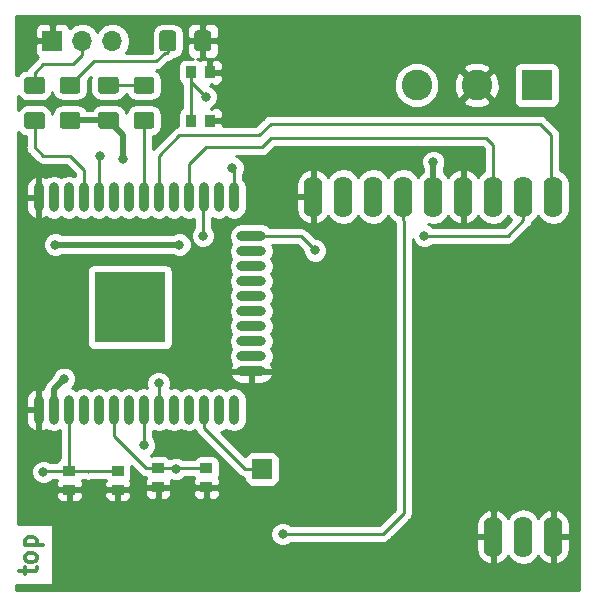
<source format=gbr>
G04 #@! TF.GenerationSoftware,KiCad,Pcbnew,5.0.0-fee4fd1~66~ubuntu16.04.1*
G04 #@! TF.CreationDate,2018-09-10T21:40:52+02:00*
G04 #@! TF.ProjectId,fpvlaptracker32,6670766C6170747261636B657233322E,rev?*
G04 #@! TF.SameCoordinates,Original*
G04 #@! TF.FileFunction,Copper,L1,Top,Signal*
G04 #@! TF.FilePolarity,Positive*
%FSLAX46Y46*%
G04 Gerber Fmt 4.6, Leading zero omitted, Abs format (unit mm)*
G04 Created by KiCad (PCBNEW 5.0.0-fee4fd1~66~ubuntu16.04.1) date Mon Sep 10 21:40:52 2018*
%MOMM*%
%LPD*%
G01*
G04 APERTURE LIST*
G04 #@! TA.AperFunction,NonConductor*
%ADD10C,0.300000*%
G04 #@! TD*
G04 #@! TA.AperFunction,SMDPad,CuDef*
%ADD11R,0.900000X1.000000*%
G04 #@! TD*
G04 #@! TA.AperFunction,SMDPad,CuDef*
%ADD12R,1.000000X0.900000*%
G04 #@! TD*
G04 #@! TA.AperFunction,ComponentPad*
%ADD13R,2.600000X2.600000*%
G04 #@! TD*
G04 #@! TA.AperFunction,ComponentPad*
%ADD14C,2.600000*%
G04 #@! TD*
G04 #@! TA.AperFunction,SMDPad,CuDef*
%ADD15O,1.600000X3.500000*%
G04 #@! TD*
G04 #@! TA.AperFunction,Conductor*
%ADD16C,0.100000*%
G04 #@! TD*
G04 #@! TA.AperFunction,SMDPad,CuDef*
%ADD17C,1.425000*%
G04 #@! TD*
G04 #@! TA.AperFunction,SMDPad,CuDef*
%ADD18O,0.900000X2.500000*%
G04 #@! TD*
G04 #@! TA.AperFunction,SMDPad,CuDef*
%ADD19O,2.500000X0.900000*%
G04 #@! TD*
G04 #@! TA.AperFunction,SMDPad,CuDef*
%ADD20R,6.000000X6.000000*%
G04 #@! TD*
G04 #@! TA.AperFunction,ComponentPad*
%ADD21R,1.700000X1.700000*%
G04 #@! TD*
G04 #@! TA.AperFunction,ComponentPad*
%ADD22O,1.700000X1.700000*%
G04 #@! TD*
G04 #@! TA.AperFunction,ViaPad*
%ADD23C,0.800000*%
G04 #@! TD*
G04 #@! TA.AperFunction,Conductor*
%ADD24C,0.499999*%
G04 #@! TD*
G04 #@! TA.AperFunction,Conductor*
%ADD25C,0.250000*%
G04 #@! TD*
G04 #@! TA.AperFunction,Conductor*
%ADD26C,0.254000*%
G04 #@! TD*
G04 APERTURE END LIST*
D10*
X136178571Y-124142857D02*
X136178571Y-123571428D01*
X135678571Y-123928571D02*
X136964285Y-123928571D01*
X137107142Y-123857142D01*
X137178571Y-123714285D01*
X137178571Y-123571428D01*
X137178571Y-122857142D02*
X137107142Y-123000000D01*
X137035714Y-123071428D01*
X136892857Y-123142857D01*
X136464285Y-123142857D01*
X136321428Y-123071428D01*
X136250000Y-123000000D01*
X136178571Y-122857142D01*
X136178571Y-122642857D01*
X136250000Y-122500000D01*
X136321428Y-122428571D01*
X136464285Y-122357142D01*
X136892857Y-122357142D01*
X137035714Y-122428571D01*
X137107142Y-122500000D01*
X137178571Y-122642857D01*
X137178571Y-122857142D01*
X136178571Y-121714285D02*
X137678571Y-121714285D01*
X136250000Y-121714285D02*
X136178571Y-121571428D01*
X136178571Y-121285714D01*
X136250000Y-121142857D01*
X136321428Y-121071428D01*
X136464285Y-121000000D01*
X136892857Y-121000000D01*
X137035714Y-121071428D01*
X137107142Y-121142857D01*
X137178571Y-121285714D01*
X137178571Y-121571428D01*
X137107142Y-121714285D01*
D11*
G04 #@! TO.P,SW2,2*
G04 #@! TO.N,GND*
X151850000Y-81650000D03*
G04 #@! TO.P,SW2,1*
G04 #@! TO.N,/IO0*
X150250000Y-81650000D03*
G04 #@! TO.P,SW2,2*
G04 #@! TO.N,GND*
X151850000Y-85750000D03*
G04 #@! TO.P,SW2,1*
G04 #@! TO.N,/IO0*
X150250000Y-85750000D03*
G04 #@! TD*
D12*
G04 #@! TO.P,SW3,2*
G04 #@! TO.N,GND*
X144050000Y-117000000D03*
G04 #@! TO.P,SW3,1*
G04 #@! TO.N,/EN*
X144050000Y-115400000D03*
G04 #@! TO.P,SW3,2*
G04 #@! TO.N,GND*
X139950000Y-117000000D03*
G04 #@! TO.P,SW3,1*
G04 #@! TO.N,/EN*
X139950000Y-115400000D03*
G04 #@! TD*
G04 #@! TO.P,SW1,2*
G04 #@! TO.N,GND*
X151550000Y-116800000D03*
G04 #@! TO.P,SW1,1*
G04 #@! TO.N,/WEB_UPDATE*
X151550000Y-115200000D03*
G04 #@! TO.P,SW1,2*
G04 #@! TO.N,GND*
X147450000Y-116800000D03*
G04 #@! TO.P,SW1,1*
G04 #@! TO.N,/WEB_UPDATE*
X147450000Y-115200000D03*
G04 #@! TD*
D13*
G04 #@! TO.P,J1,1*
G04 #@! TO.N,+5V*
X179500000Y-82750000D03*
D14*
G04 #@! TO.P,J1,2*
G04 #@! TO.N,GND*
X174420000Y-82750000D03*
G04 #@! TO.P,J1,3*
G04 #@! TO.N,/BAT*
X169340000Y-82750000D03*
G04 #@! TD*
D15*
G04 #@! TO.P,U1,1*
G04 #@! TO.N,GND*
X175830000Y-120990000D03*
G04 #@! TO.P,U1,2*
G04 #@! TO.N,Net-(U1-Pad2)*
X178370000Y-120990000D03*
G04 #@! TO.P,U1,3*
G04 #@! TO.N,GND*
X180910000Y-120990000D03*
G04 #@! TO.P,U1,4*
G04 #@! TO.N,/SPI_DATA*
X180910000Y-92190000D03*
G04 #@! TO.P,U1,5*
G04 #@! TO.N,/SPI_CS*
X178370000Y-92190000D03*
G04 #@! TO.P,U1,6*
G04 #@! TO.N,/SPI_CLK*
X175830000Y-92190000D03*
G04 #@! TO.P,U1,7*
G04 #@! TO.N,GND*
X173290000Y-92190000D03*
G04 #@! TO.P,U1,8*
G04 #@! TO.N,+5V*
X170750000Y-92190000D03*
G04 #@! TO.P,U1,9*
G04 #@! TO.N,/RSSI*
X168210000Y-92190000D03*
G04 #@! TO.P,U1,10*
G04 #@! TO.N,Net-(U1-Pad10)*
X165670000Y-92190000D03*
G04 #@! TO.P,U1,11*
G04 #@! TO.N,Net-(U1-Pad11)*
X163130000Y-92190000D03*
G04 #@! TO.P,U1,12*
G04 #@! TO.N,GND*
X160590000Y-92190000D03*
G04 #@! TD*
D16*
G04 #@! TO.N,Net-(D1-Pad1)*
G04 #@! TO.C,R1*
G36*
X148762004Y-78126204D02*
X148786273Y-78129804D01*
X148810071Y-78135765D01*
X148833171Y-78144030D01*
X148855349Y-78154520D01*
X148876393Y-78167133D01*
X148896098Y-78181747D01*
X148914277Y-78198223D01*
X148930753Y-78216402D01*
X148945367Y-78236107D01*
X148957980Y-78257151D01*
X148968470Y-78279329D01*
X148976735Y-78302429D01*
X148982696Y-78326227D01*
X148986296Y-78350496D01*
X148987500Y-78375000D01*
X148987500Y-79625000D01*
X148986296Y-79649504D01*
X148982696Y-79673773D01*
X148976735Y-79697571D01*
X148968470Y-79720671D01*
X148957980Y-79742849D01*
X148945367Y-79763893D01*
X148930753Y-79783598D01*
X148914277Y-79801777D01*
X148896098Y-79818253D01*
X148876393Y-79832867D01*
X148855349Y-79845480D01*
X148833171Y-79855970D01*
X148810071Y-79864235D01*
X148786273Y-79870196D01*
X148762004Y-79873796D01*
X148737500Y-79875000D01*
X147812500Y-79875000D01*
X147787996Y-79873796D01*
X147763727Y-79870196D01*
X147739929Y-79864235D01*
X147716829Y-79855970D01*
X147694651Y-79845480D01*
X147673607Y-79832867D01*
X147653902Y-79818253D01*
X147635723Y-79801777D01*
X147619247Y-79783598D01*
X147604633Y-79763893D01*
X147592020Y-79742849D01*
X147581530Y-79720671D01*
X147573265Y-79697571D01*
X147567304Y-79673773D01*
X147563704Y-79649504D01*
X147562500Y-79625000D01*
X147562500Y-78375000D01*
X147563704Y-78350496D01*
X147567304Y-78326227D01*
X147573265Y-78302429D01*
X147581530Y-78279329D01*
X147592020Y-78257151D01*
X147604633Y-78236107D01*
X147619247Y-78216402D01*
X147635723Y-78198223D01*
X147653902Y-78181747D01*
X147673607Y-78167133D01*
X147694651Y-78154520D01*
X147716829Y-78144030D01*
X147739929Y-78135765D01*
X147763727Y-78129804D01*
X147787996Y-78126204D01*
X147812500Y-78125000D01*
X148737500Y-78125000D01*
X148762004Y-78126204D01*
X148762004Y-78126204D01*
G37*
D17*
G04 #@! TD*
G04 #@! TO.P,R1,2*
G04 #@! TO.N,Net-(D1-Pad1)*
X148275000Y-79000000D03*
D16*
G04 #@! TO.N,GND*
G04 #@! TO.C,R1*
G36*
X151737004Y-78126204D02*
X151761273Y-78129804D01*
X151785071Y-78135765D01*
X151808171Y-78144030D01*
X151830349Y-78154520D01*
X151851393Y-78167133D01*
X151871098Y-78181747D01*
X151889277Y-78198223D01*
X151905753Y-78216402D01*
X151920367Y-78236107D01*
X151932980Y-78257151D01*
X151943470Y-78279329D01*
X151951735Y-78302429D01*
X151957696Y-78326227D01*
X151961296Y-78350496D01*
X151962500Y-78375000D01*
X151962500Y-79625000D01*
X151961296Y-79649504D01*
X151957696Y-79673773D01*
X151951735Y-79697571D01*
X151943470Y-79720671D01*
X151932980Y-79742849D01*
X151920367Y-79763893D01*
X151905753Y-79783598D01*
X151889277Y-79801777D01*
X151871098Y-79818253D01*
X151851393Y-79832867D01*
X151830349Y-79845480D01*
X151808171Y-79855970D01*
X151785071Y-79864235D01*
X151761273Y-79870196D01*
X151737004Y-79873796D01*
X151712500Y-79875000D01*
X150787500Y-79875000D01*
X150762996Y-79873796D01*
X150738727Y-79870196D01*
X150714929Y-79864235D01*
X150691829Y-79855970D01*
X150669651Y-79845480D01*
X150648607Y-79832867D01*
X150628902Y-79818253D01*
X150610723Y-79801777D01*
X150594247Y-79783598D01*
X150579633Y-79763893D01*
X150567020Y-79742849D01*
X150556530Y-79720671D01*
X150548265Y-79697571D01*
X150542304Y-79673773D01*
X150538704Y-79649504D01*
X150537500Y-79625000D01*
X150537500Y-78375000D01*
X150538704Y-78350496D01*
X150542304Y-78326227D01*
X150548265Y-78302429D01*
X150556530Y-78279329D01*
X150567020Y-78257151D01*
X150579633Y-78236107D01*
X150594247Y-78216402D01*
X150610723Y-78198223D01*
X150628902Y-78181747D01*
X150648607Y-78167133D01*
X150669651Y-78154520D01*
X150691829Y-78144030D01*
X150714929Y-78135765D01*
X150738727Y-78129804D01*
X150762996Y-78126204D01*
X150787500Y-78125000D01*
X151712500Y-78125000D01*
X151737004Y-78126204D01*
X151737004Y-78126204D01*
G37*
D17*
G04 #@! TD*
G04 #@! TO.P,R1,1*
G04 #@! TO.N,GND*
X151250000Y-79000000D03*
D16*
G04 #@! TO.N,/TXD*
G04 #@! TO.C,R13*
G36*
X137649504Y-82063704D02*
X137673773Y-82067304D01*
X137697571Y-82073265D01*
X137720671Y-82081530D01*
X137742849Y-82092020D01*
X137763893Y-82104633D01*
X137783598Y-82119247D01*
X137801777Y-82135723D01*
X137818253Y-82153902D01*
X137832867Y-82173607D01*
X137845480Y-82194651D01*
X137855970Y-82216829D01*
X137864235Y-82239929D01*
X137870196Y-82263727D01*
X137873796Y-82287996D01*
X137875000Y-82312500D01*
X137875000Y-83237500D01*
X137873796Y-83262004D01*
X137870196Y-83286273D01*
X137864235Y-83310071D01*
X137855970Y-83333171D01*
X137845480Y-83355349D01*
X137832867Y-83376393D01*
X137818253Y-83396098D01*
X137801777Y-83414277D01*
X137783598Y-83430753D01*
X137763893Y-83445367D01*
X137742849Y-83457980D01*
X137720671Y-83468470D01*
X137697571Y-83476735D01*
X137673773Y-83482696D01*
X137649504Y-83486296D01*
X137625000Y-83487500D01*
X136375000Y-83487500D01*
X136350496Y-83486296D01*
X136326227Y-83482696D01*
X136302429Y-83476735D01*
X136279329Y-83468470D01*
X136257151Y-83457980D01*
X136236107Y-83445367D01*
X136216402Y-83430753D01*
X136198223Y-83414277D01*
X136181747Y-83396098D01*
X136167133Y-83376393D01*
X136154520Y-83355349D01*
X136144030Y-83333171D01*
X136135765Y-83310071D01*
X136129804Y-83286273D01*
X136126204Y-83262004D01*
X136125000Y-83237500D01*
X136125000Y-82312500D01*
X136126204Y-82287996D01*
X136129804Y-82263727D01*
X136135765Y-82239929D01*
X136144030Y-82216829D01*
X136154520Y-82194651D01*
X136167133Y-82173607D01*
X136181747Y-82153902D01*
X136198223Y-82135723D01*
X136216402Y-82119247D01*
X136236107Y-82104633D01*
X136257151Y-82092020D01*
X136279329Y-82081530D01*
X136302429Y-82073265D01*
X136326227Y-82067304D01*
X136350496Y-82063704D01*
X136375000Y-82062500D01*
X137625000Y-82062500D01*
X137649504Y-82063704D01*
X137649504Y-82063704D01*
G37*
D17*
G04 #@! TD*
G04 #@! TO.P,R13,1*
G04 #@! TO.N,/TXD*
X137000000Y-82775000D03*
D16*
G04 #@! TO.N,Net-(R13-Pad2)*
G04 #@! TO.C,R13*
G36*
X137649504Y-85038704D02*
X137673773Y-85042304D01*
X137697571Y-85048265D01*
X137720671Y-85056530D01*
X137742849Y-85067020D01*
X137763893Y-85079633D01*
X137783598Y-85094247D01*
X137801777Y-85110723D01*
X137818253Y-85128902D01*
X137832867Y-85148607D01*
X137845480Y-85169651D01*
X137855970Y-85191829D01*
X137864235Y-85214929D01*
X137870196Y-85238727D01*
X137873796Y-85262996D01*
X137875000Y-85287500D01*
X137875000Y-86212500D01*
X137873796Y-86237004D01*
X137870196Y-86261273D01*
X137864235Y-86285071D01*
X137855970Y-86308171D01*
X137845480Y-86330349D01*
X137832867Y-86351393D01*
X137818253Y-86371098D01*
X137801777Y-86389277D01*
X137783598Y-86405753D01*
X137763893Y-86420367D01*
X137742849Y-86432980D01*
X137720671Y-86443470D01*
X137697571Y-86451735D01*
X137673773Y-86457696D01*
X137649504Y-86461296D01*
X137625000Y-86462500D01*
X136375000Y-86462500D01*
X136350496Y-86461296D01*
X136326227Y-86457696D01*
X136302429Y-86451735D01*
X136279329Y-86443470D01*
X136257151Y-86432980D01*
X136236107Y-86420367D01*
X136216402Y-86405753D01*
X136198223Y-86389277D01*
X136181747Y-86371098D01*
X136167133Y-86351393D01*
X136154520Y-86330349D01*
X136144030Y-86308171D01*
X136135765Y-86285071D01*
X136129804Y-86261273D01*
X136126204Y-86237004D01*
X136125000Y-86212500D01*
X136125000Y-85287500D01*
X136126204Y-85262996D01*
X136129804Y-85238727D01*
X136135765Y-85214929D01*
X136144030Y-85191829D01*
X136154520Y-85169651D01*
X136167133Y-85148607D01*
X136181747Y-85128902D01*
X136198223Y-85110723D01*
X136216402Y-85094247D01*
X136236107Y-85079633D01*
X136257151Y-85067020D01*
X136279329Y-85056530D01*
X136302429Y-85048265D01*
X136326227Y-85042304D01*
X136350496Y-85038704D01*
X136375000Y-85037500D01*
X137625000Y-85037500D01*
X137649504Y-85038704D01*
X137649504Y-85038704D01*
G37*
D17*
G04 #@! TD*
G04 #@! TO.P,R13,2*
G04 #@! TO.N,Net-(R13-Pad2)*
X137000000Y-85750000D03*
D18*
G04 #@! TO.P,U3,38*
G04 #@! TO.N,GND*
X137350000Y-92250000D03*
G04 #@! TO.P,U3,37*
G04 #@! TO.N,Net-(U3-Pad37)*
X138620000Y-92250000D03*
G04 #@! TO.P,U3,36*
G04 #@! TO.N,Net-(U3-Pad36)*
X139890000Y-92250000D03*
G04 #@! TO.P,U3,35*
G04 #@! TO.N,Net-(R13-Pad2)*
X141160000Y-92250000D03*
G04 #@! TO.P,U3,34*
G04 #@! TO.N,/RXD*
X142430000Y-92250000D03*
G04 #@! TO.P,U3,33*
G04 #@! TO.N,Net-(U3-Pad33)*
X143700000Y-92250000D03*
G04 #@! TO.P,U3,32*
G04 #@! TO.N,Net-(U3-Pad32)*
X144970000Y-92250000D03*
G04 #@! TO.P,U3,31*
G04 #@! TO.N,/LED*
X146240000Y-92250000D03*
G04 #@! TO.P,U3,30*
G04 #@! TO.N,/SPI_DATA*
X147510000Y-92250000D03*
G04 #@! TO.P,U3,29*
G04 #@! TO.N,Net-(U3-Pad29)*
X148780000Y-92250000D03*
G04 #@! TO.P,U3,28*
G04 #@! TO.N,/SPI_CLK*
X150050000Y-92250000D03*
G04 #@! TO.P,U3,27*
G04 #@! TO.N,/SPI_CS*
X151320000Y-92250000D03*
G04 #@! TO.P,U3,26*
G04 #@! TO.N,Net-(U3-Pad26)*
X152590000Y-92250000D03*
G04 #@! TO.P,U3,25*
G04 #@! TO.N,/IO0*
X153860000Y-92250000D03*
D19*
G04 #@! TO.P,U3,24*
G04 #@! TO.N,Net-(R4-Pad2)*
X155350000Y-95535000D03*
G04 #@! TO.P,U3,23*
G04 #@! TO.N,Net-(U3-Pad23)*
X155350000Y-96805000D03*
G04 #@! TO.P,U3,22*
G04 #@! TO.N,Net-(U3-Pad22)*
X155350000Y-98075000D03*
G04 #@! TO.P,U3,21*
G04 #@! TO.N,Net-(U3-Pad21)*
X155350000Y-99345000D03*
G04 #@! TO.P,U3,20*
G04 #@! TO.N,Net-(U3-Pad20)*
X155350000Y-100615000D03*
G04 #@! TO.P,U3,19*
G04 #@! TO.N,Net-(U3-Pad19)*
X155350000Y-101885000D03*
G04 #@! TO.P,U3,18*
G04 #@! TO.N,Net-(U3-Pad18)*
X155350000Y-103155000D03*
G04 #@! TO.P,U3,17*
G04 #@! TO.N,Net-(U3-Pad17)*
X155350000Y-104425000D03*
G04 #@! TO.P,U3,16*
G04 #@! TO.N,Net-(U3-Pad16)*
X155350000Y-105695000D03*
G04 #@! TO.P,U3,15*
G04 #@! TO.N,GND*
X155350000Y-106965000D03*
D18*
G04 #@! TO.P,U3,14*
G04 #@! TO.N,Net-(U3-Pad14)*
X153860000Y-110250000D03*
G04 #@! TO.P,U3,13*
G04 #@! TO.N,Net-(U3-Pad13)*
X152590000Y-110250000D03*
G04 #@! TO.P,U3,12*
G04 #@! TO.N,/ADC_REF*
X151320000Y-110250000D03*
G04 #@! TO.P,U3,11*
G04 #@! TO.N,Net-(U3-Pad11)*
X150050000Y-110250000D03*
G04 #@! TO.P,U3,10*
G04 #@! TO.N,Net-(U3-Pad10)*
X148780000Y-110250000D03*
G04 #@! TO.P,U3,9*
G04 #@! TO.N,/ANALOG_BAT*
X147510000Y-110250000D03*
G04 #@! TO.P,U3,8*
G04 #@! TO.N,/ANALOG_RSSI*
X146240000Y-110250000D03*
G04 #@! TO.P,U3,7*
G04 #@! TO.N,Net-(U3-Pad7)*
X144970000Y-110250000D03*
G04 #@! TO.P,U3,6*
G04 #@! TO.N,/WEB_UPDATE*
X143700000Y-110250000D03*
G04 #@! TO.P,U3,5*
G04 #@! TO.N,Net-(U3-Pad5)*
X142430000Y-110250000D03*
G04 #@! TO.P,U3,4*
G04 #@! TO.N,Net-(U3-Pad4)*
X141160000Y-110250000D03*
G04 #@! TO.P,U3,3*
G04 #@! TO.N,/EN*
X139890000Y-110250000D03*
G04 #@! TO.P,U3,2*
G04 #@! TO.N,+3V3*
X138620000Y-110250000D03*
G04 #@! TO.P,U3,1*
G04 #@! TO.N,GND*
X137350000Y-110250000D03*
D20*
G04 #@! TO.P,U3,39*
G04 #@! TO.N,N/C*
X145050000Y-101550000D03*
G04 #@! TD*
D16*
G04 #@! TO.N,+3V3*
G04 #@! TO.C,D1*
G36*
X140649504Y-85013704D02*
X140673773Y-85017304D01*
X140697571Y-85023265D01*
X140720671Y-85031530D01*
X140742849Y-85042020D01*
X140763893Y-85054633D01*
X140783598Y-85069247D01*
X140801777Y-85085723D01*
X140818253Y-85103902D01*
X140832867Y-85123607D01*
X140845480Y-85144651D01*
X140855970Y-85166829D01*
X140864235Y-85189929D01*
X140870196Y-85213727D01*
X140873796Y-85237996D01*
X140875000Y-85262500D01*
X140875000Y-86187500D01*
X140873796Y-86212004D01*
X140870196Y-86236273D01*
X140864235Y-86260071D01*
X140855970Y-86283171D01*
X140845480Y-86305349D01*
X140832867Y-86326393D01*
X140818253Y-86346098D01*
X140801777Y-86364277D01*
X140783598Y-86380753D01*
X140763893Y-86395367D01*
X140742849Y-86407980D01*
X140720671Y-86418470D01*
X140697571Y-86426735D01*
X140673773Y-86432696D01*
X140649504Y-86436296D01*
X140625000Y-86437500D01*
X139375000Y-86437500D01*
X139350496Y-86436296D01*
X139326227Y-86432696D01*
X139302429Y-86426735D01*
X139279329Y-86418470D01*
X139257151Y-86407980D01*
X139236107Y-86395367D01*
X139216402Y-86380753D01*
X139198223Y-86364277D01*
X139181747Y-86346098D01*
X139167133Y-86326393D01*
X139154520Y-86305349D01*
X139144030Y-86283171D01*
X139135765Y-86260071D01*
X139129804Y-86236273D01*
X139126204Y-86212004D01*
X139125000Y-86187500D01*
X139125000Y-85262500D01*
X139126204Y-85237996D01*
X139129804Y-85213727D01*
X139135765Y-85189929D01*
X139144030Y-85166829D01*
X139154520Y-85144651D01*
X139167133Y-85123607D01*
X139181747Y-85103902D01*
X139198223Y-85085723D01*
X139216402Y-85069247D01*
X139236107Y-85054633D01*
X139257151Y-85042020D01*
X139279329Y-85031530D01*
X139302429Y-85023265D01*
X139326227Y-85017304D01*
X139350496Y-85013704D01*
X139375000Y-85012500D01*
X140625000Y-85012500D01*
X140649504Y-85013704D01*
X140649504Y-85013704D01*
G37*
D17*
G04 #@! TD*
G04 #@! TO.P,D1,2*
G04 #@! TO.N,+3V3*
X140000000Y-85725000D03*
D16*
G04 #@! TO.N,Net-(D1-Pad1)*
G04 #@! TO.C,D1*
G36*
X140649504Y-82038704D02*
X140673773Y-82042304D01*
X140697571Y-82048265D01*
X140720671Y-82056530D01*
X140742849Y-82067020D01*
X140763893Y-82079633D01*
X140783598Y-82094247D01*
X140801777Y-82110723D01*
X140818253Y-82128902D01*
X140832867Y-82148607D01*
X140845480Y-82169651D01*
X140855970Y-82191829D01*
X140864235Y-82214929D01*
X140870196Y-82238727D01*
X140873796Y-82262996D01*
X140875000Y-82287500D01*
X140875000Y-83212500D01*
X140873796Y-83237004D01*
X140870196Y-83261273D01*
X140864235Y-83285071D01*
X140855970Y-83308171D01*
X140845480Y-83330349D01*
X140832867Y-83351393D01*
X140818253Y-83371098D01*
X140801777Y-83389277D01*
X140783598Y-83405753D01*
X140763893Y-83420367D01*
X140742849Y-83432980D01*
X140720671Y-83443470D01*
X140697571Y-83451735D01*
X140673773Y-83457696D01*
X140649504Y-83461296D01*
X140625000Y-83462500D01*
X139375000Y-83462500D01*
X139350496Y-83461296D01*
X139326227Y-83457696D01*
X139302429Y-83451735D01*
X139279329Y-83443470D01*
X139257151Y-83432980D01*
X139236107Y-83420367D01*
X139216402Y-83405753D01*
X139198223Y-83389277D01*
X139181747Y-83371098D01*
X139167133Y-83351393D01*
X139154520Y-83330349D01*
X139144030Y-83308171D01*
X139135765Y-83285071D01*
X139129804Y-83261273D01*
X139126204Y-83237004D01*
X139125000Y-83212500D01*
X139125000Y-82287500D01*
X139126204Y-82262996D01*
X139129804Y-82238727D01*
X139135765Y-82214929D01*
X139144030Y-82191829D01*
X139154520Y-82169651D01*
X139167133Y-82148607D01*
X139181747Y-82128902D01*
X139198223Y-82110723D01*
X139216402Y-82094247D01*
X139236107Y-82079633D01*
X139257151Y-82067020D01*
X139279329Y-82056530D01*
X139302429Y-82048265D01*
X139326227Y-82042304D01*
X139350496Y-82038704D01*
X139375000Y-82037500D01*
X140625000Y-82037500D01*
X140649504Y-82038704D01*
X140649504Y-82038704D01*
G37*
D17*
G04 #@! TD*
G04 #@! TO.P,D1,1*
G04 #@! TO.N,Net-(D1-Pad1)*
X140000000Y-82750000D03*
D16*
G04 #@! TO.N,Net-(D5-Pad1)*
G04 #@! TO.C,D5*
G36*
X143899504Y-82038704D02*
X143923773Y-82042304D01*
X143947571Y-82048265D01*
X143970671Y-82056530D01*
X143992849Y-82067020D01*
X144013893Y-82079633D01*
X144033598Y-82094247D01*
X144051777Y-82110723D01*
X144068253Y-82128902D01*
X144082867Y-82148607D01*
X144095480Y-82169651D01*
X144105970Y-82191829D01*
X144114235Y-82214929D01*
X144120196Y-82238727D01*
X144123796Y-82262996D01*
X144125000Y-82287500D01*
X144125000Y-83212500D01*
X144123796Y-83237004D01*
X144120196Y-83261273D01*
X144114235Y-83285071D01*
X144105970Y-83308171D01*
X144095480Y-83330349D01*
X144082867Y-83351393D01*
X144068253Y-83371098D01*
X144051777Y-83389277D01*
X144033598Y-83405753D01*
X144013893Y-83420367D01*
X143992849Y-83432980D01*
X143970671Y-83443470D01*
X143947571Y-83451735D01*
X143923773Y-83457696D01*
X143899504Y-83461296D01*
X143875000Y-83462500D01*
X142625000Y-83462500D01*
X142600496Y-83461296D01*
X142576227Y-83457696D01*
X142552429Y-83451735D01*
X142529329Y-83443470D01*
X142507151Y-83432980D01*
X142486107Y-83420367D01*
X142466402Y-83405753D01*
X142448223Y-83389277D01*
X142431747Y-83371098D01*
X142417133Y-83351393D01*
X142404520Y-83330349D01*
X142394030Y-83308171D01*
X142385765Y-83285071D01*
X142379804Y-83261273D01*
X142376204Y-83237004D01*
X142375000Y-83212500D01*
X142375000Y-82287500D01*
X142376204Y-82262996D01*
X142379804Y-82238727D01*
X142385765Y-82214929D01*
X142394030Y-82191829D01*
X142404520Y-82169651D01*
X142417133Y-82148607D01*
X142431747Y-82128902D01*
X142448223Y-82110723D01*
X142466402Y-82094247D01*
X142486107Y-82079633D01*
X142507151Y-82067020D01*
X142529329Y-82056530D01*
X142552429Y-82048265D01*
X142576227Y-82042304D01*
X142600496Y-82038704D01*
X142625000Y-82037500D01*
X143875000Y-82037500D01*
X143899504Y-82038704D01*
X143899504Y-82038704D01*
G37*
D17*
G04 #@! TD*
G04 #@! TO.P,D5,1*
G04 #@! TO.N,Net-(D5-Pad1)*
X143250000Y-82750000D03*
D16*
G04 #@! TO.N,+3V3*
G04 #@! TO.C,D5*
G36*
X143899504Y-85013704D02*
X143923773Y-85017304D01*
X143947571Y-85023265D01*
X143970671Y-85031530D01*
X143992849Y-85042020D01*
X144013893Y-85054633D01*
X144033598Y-85069247D01*
X144051777Y-85085723D01*
X144068253Y-85103902D01*
X144082867Y-85123607D01*
X144095480Y-85144651D01*
X144105970Y-85166829D01*
X144114235Y-85189929D01*
X144120196Y-85213727D01*
X144123796Y-85237996D01*
X144125000Y-85262500D01*
X144125000Y-86187500D01*
X144123796Y-86212004D01*
X144120196Y-86236273D01*
X144114235Y-86260071D01*
X144105970Y-86283171D01*
X144095480Y-86305349D01*
X144082867Y-86326393D01*
X144068253Y-86346098D01*
X144051777Y-86364277D01*
X144033598Y-86380753D01*
X144013893Y-86395367D01*
X143992849Y-86407980D01*
X143970671Y-86418470D01*
X143947571Y-86426735D01*
X143923773Y-86432696D01*
X143899504Y-86436296D01*
X143875000Y-86437500D01*
X142625000Y-86437500D01*
X142600496Y-86436296D01*
X142576227Y-86432696D01*
X142552429Y-86426735D01*
X142529329Y-86418470D01*
X142507151Y-86407980D01*
X142486107Y-86395367D01*
X142466402Y-86380753D01*
X142448223Y-86364277D01*
X142431747Y-86346098D01*
X142417133Y-86326393D01*
X142404520Y-86305349D01*
X142394030Y-86283171D01*
X142385765Y-86260071D01*
X142379804Y-86236273D01*
X142376204Y-86212004D01*
X142375000Y-86187500D01*
X142375000Y-85262500D01*
X142376204Y-85237996D01*
X142379804Y-85213727D01*
X142385765Y-85189929D01*
X142394030Y-85166829D01*
X142404520Y-85144651D01*
X142417133Y-85123607D01*
X142431747Y-85103902D01*
X142448223Y-85085723D01*
X142466402Y-85069247D01*
X142486107Y-85054633D01*
X142507151Y-85042020D01*
X142529329Y-85031530D01*
X142552429Y-85023265D01*
X142576227Y-85017304D01*
X142600496Y-85013704D01*
X142625000Y-85012500D01*
X143875000Y-85012500D01*
X143899504Y-85013704D01*
X143899504Y-85013704D01*
G37*
D17*
G04 #@! TD*
G04 #@! TO.P,D5,2*
G04 #@! TO.N,+3V3*
X143250000Y-85725000D03*
D16*
G04 #@! TO.N,Net-(D5-Pad1)*
G04 #@! TO.C,R5*
G36*
X146899504Y-82038704D02*
X146923773Y-82042304D01*
X146947571Y-82048265D01*
X146970671Y-82056530D01*
X146992849Y-82067020D01*
X147013893Y-82079633D01*
X147033598Y-82094247D01*
X147051777Y-82110723D01*
X147068253Y-82128902D01*
X147082867Y-82148607D01*
X147095480Y-82169651D01*
X147105970Y-82191829D01*
X147114235Y-82214929D01*
X147120196Y-82238727D01*
X147123796Y-82262996D01*
X147125000Y-82287500D01*
X147125000Y-83212500D01*
X147123796Y-83237004D01*
X147120196Y-83261273D01*
X147114235Y-83285071D01*
X147105970Y-83308171D01*
X147095480Y-83330349D01*
X147082867Y-83351393D01*
X147068253Y-83371098D01*
X147051777Y-83389277D01*
X147033598Y-83405753D01*
X147013893Y-83420367D01*
X146992849Y-83432980D01*
X146970671Y-83443470D01*
X146947571Y-83451735D01*
X146923773Y-83457696D01*
X146899504Y-83461296D01*
X146875000Y-83462500D01*
X145625000Y-83462500D01*
X145600496Y-83461296D01*
X145576227Y-83457696D01*
X145552429Y-83451735D01*
X145529329Y-83443470D01*
X145507151Y-83432980D01*
X145486107Y-83420367D01*
X145466402Y-83405753D01*
X145448223Y-83389277D01*
X145431747Y-83371098D01*
X145417133Y-83351393D01*
X145404520Y-83330349D01*
X145394030Y-83308171D01*
X145385765Y-83285071D01*
X145379804Y-83261273D01*
X145376204Y-83237004D01*
X145375000Y-83212500D01*
X145375000Y-82287500D01*
X145376204Y-82262996D01*
X145379804Y-82238727D01*
X145385765Y-82214929D01*
X145394030Y-82191829D01*
X145404520Y-82169651D01*
X145417133Y-82148607D01*
X145431747Y-82128902D01*
X145448223Y-82110723D01*
X145466402Y-82094247D01*
X145486107Y-82079633D01*
X145507151Y-82067020D01*
X145529329Y-82056530D01*
X145552429Y-82048265D01*
X145576227Y-82042304D01*
X145600496Y-82038704D01*
X145625000Y-82037500D01*
X146875000Y-82037500D01*
X146899504Y-82038704D01*
X146899504Y-82038704D01*
G37*
D17*
G04 #@! TD*
G04 #@! TO.P,R5,1*
G04 #@! TO.N,Net-(D5-Pad1)*
X146250000Y-82750000D03*
D16*
G04 #@! TO.N,/LED*
G04 #@! TO.C,R5*
G36*
X146899504Y-85013704D02*
X146923773Y-85017304D01*
X146947571Y-85023265D01*
X146970671Y-85031530D01*
X146992849Y-85042020D01*
X147013893Y-85054633D01*
X147033598Y-85069247D01*
X147051777Y-85085723D01*
X147068253Y-85103902D01*
X147082867Y-85123607D01*
X147095480Y-85144651D01*
X147105970Y-85166829D01*
X147114235Y-85189929D01*
X147120196Y-85213727D01*
X147123796Y-85237996D01*
X147125000Y-85262500D01*
X147125000Y-86187500D01*
X147123796Y-86212004D01*
X147120196Y-86236273D01*
X147114235Y-86260071D01*
X147105970Y-86283171D01*
X147095480Y-86305349D01*
X147082867Y-86326393D01*
X147068253Y-86346098D01*
X147051777Y-86364277D01*
X147033598Y-86380753D01*
X147013893Y-86395367D01*
X146992849Y-86407980D01*
X146970671Y-86418470D01*
X146947571Y-86426735D01*
X146923773Y-86432696D01*
X146899504Y-86436296D01*
X146875000Y-86437500D01*
X145625000Y-86437500D01*
X145600496Y-86436296D01*
X145576227Y-86432696D01*
X145552429Y-86426735D01*
X145529329Y-86418470D01*
X145507151Y-86407980D01*
X145486107Y-86395367D01*
X145466402Y-86380753D01*
X145448223Y-86364277D01*
X145431747Y-86346098D01*
X145417133Y-86326393D01*
X145404520Y-86305349D01*
X145394030Y-86283171D01*
X145385765Y-86260071D01*
X145379804Y-86236273D01*
X145376204Y-86212004D01*
X145375000Y-86187500D01*
X145375000Y-85262500D01*
X145376204Y-85237996D01*
X145379804Y-85213727D01*
X145385765Y-85189929D01*
X145394030Y-85166829D01*
X145404520Y-85144651D01*
X145417133Y-85123607D01*
X145431747Y-85103902D01*
X145448223Y-85085723D01*
X145466402Y-85069247D01*
X145486107Y-85054633D01*
X145507151Y-85042020D01*
X145529329Y-85031530D01*
X145552429Y-85023265D01*
X145576227Y-85017304D01*
X145600496Y-85013704D01*
X145625000Y-85012500D01*
X146875000Y-85012500D01*
X146899504Y-85013704D01*
X146899504Y-85013704D01*
G37*
D17*
G04 #@! TD*
G04 #@! TO.P,R5,2*
G04 #@! TO.N,/LED*
X146250000Y-85725000D03*
D21*
G04 #@! TO.P,J2,1*
G04 #@! TO.N,GND*
X138500000Y-79000000D03*
D22*
G04 #@! TO.P,J2,2*
G04 #@! TO.N,/TXD*
X141040000Y-79000000D03*
G04 #@! TO.P,J2,3*
G04 #@! TO.N,/RXD*
X143580000Y-79000000D03*
G04 #@! TD*
D21*
G04 #@! TO.P,J3,1*
G04 #@! TO.N,/ADC_REF*
X156250000Y-115250000D03*
G04 #@! TD*
D23*
G04 #@! TO.N,GND*
X136500000Y-95250000D03*
X157000000Y-90250000D03*
G04 #@! TO.N,+3V3*
X149250000Y-96250000D03*
X138750000Y-96250000D03*
X139500000Y-107620001D03*
X144500000Y-89000000D03*
G04 #@! TO.N,/RSSI*
X158000000Y-120750000D03*
G04 #@! TO.N,+5V*
X170750000Y-89250000D03*
G04 #@! TO.N,/SPI_CS*
X170000000Y-95500000D03*
X151250000Y-95500000D03*
G04 #@! TO.N,/ANALOG_RSSI*
X146250000Y-113250000D03*
G04 #@! TO.N,/ANALOG_BAT*
X147500000Y-108000000D03*
G04 #@! TO.N,/WEB_UPDATE*
X149000000Y-115250000D03*
G04 #@! TO.N,/EN*
X137750000Y-115500000D03*
G04 #@! TO.N,/IO0*
X153750000Y-89750000D03*
X151500000Y-83750000D03*
G04 #@! TO.N,/RXD*
X142500000Y-88750000D03*
G04 #@! TO.N,Net-(R4-Pad2)*
X160750000Y-96750000D03*
G04 #@! TD*
D24*
G04 #@! TO.N,+3V3*
X149250000Y-96250000D02*
X138750000Y-96250000D01*
X138620000Y-108500001D02*
X139500000Y-107620001D01*
X138620000Y-110250000D02*
X138620000Y-108500001D01*
X140000000Y-85725000D02*
X143250000Y-85725000D01*
X143250000Y-85725000D02*
X144500000Y-86975000D01*
X144500000Y-86975000D02*
X144500000Y-89000000D01*
D25*
G04 #@! TO.N,/RSSI*
X168210000Y-94190000D02*
X168250000Y-94230000D01*
X168210000Y-92190000D02*
X168210000Y-94190000D01*
X168250000Y-94230000D02*
X168250000Y-119000000D01*
X168250000Y-119000000D02*
X166500000Y-120750000D01*
X166500000Y-120750000D02*
X158000000Y-120750000D01*
D24*
G04 #@! TO.N,+5V*
X170750000Y-89250000D02*
X170750000Y-92440000D01*
D25*
G04 #@! TO.N,/SPI_DATA*
X147510000Y-88740000D02*
X147510000Y-92250000D01*
X149250000Y-87000000D02*
X147510000Y-88740000D01*
X156000000Y-87000000D02*
X149250000Y-87000000D01*
X157000000Y-86000000D02*
X156000000Y-87000000D01*
X179750000Y-86000000D02*
X157000000Y-86000000D01*
X180910000Y-92190000D02*
X180910000Y-91240000D01*
X180910000Y-91240000D02*
X180750000Y-91080000D01*
X180750000Y-91080000D02*
X180750000Y-87000000D01*
X180750000Y-87000000D02*
X179750000Y-86000000D01*
G04 #@! TO.N,/SPI_CS*
X178370000Y-94190000D02*
X177060000Y-95500000D01*
X178370000Y-92190000D02*
X178370000Y-94190000D01*
X177060000Y-95500000D02*
X170000000Y-95500000D01*
X151250000Y-92320000D02*
X151320000Y-92250000D01*
X151250000Y-95500000D02*
X151250000Y-92320000D01*
G04 #@! TO.N,/SPI_CLK*
X175830000Y-92190000D02*
X175830000Y-91240000D01*
X150050000Y-89450000D02*
X150050000Y-92250000D01*
X156250000Y-88000000D02*
X151500000Y-88000000D01*
X175830000Y-92190000D02*
X175830000Y-87830000D01*
X175830000Y-87830000D02*
X175250000Y-87250000D01*
X175250000Y-87250000D02*
X157000000Y-87250000D01*
X151500000Y-88000000D02*
X150050000Y-89450000D01*
X157000000Y-87250000D02*
X156250000Y-88000000D01*
G04 #@! TO.N,/LED*
X146240000Y-92250000D02*
X146240000Y-89010000D01*
X146250000Y-89000000D02*
X146250000Y-85725000D01*
X146240000Y-89010000D02*
X146250000Y-89000000D01*
G04 #@! TO.N,/ANALOG_RSSI*
X146240000Y-111750000D02*
X146250000Y-111760000D01*
X146240000Y-110250000D02*
X146240000Y-111750000D01*
X146250000Y-111760000D02*
X146250000Y-113250000D01*
G04 #@! TO.N,/ANALOG_BAT*
X147510000Y-108750000D02*
X147500000Y-108740000D01*
X147510000Y-110250000D02*
X147510000Y-108750000D01*
X147500000Y-108740000D02*
X147500000Y-108000000D01*
G04 #@! TO.N,/WEB_UPDATE*
X146450000Y-115200000D02*
X147450000Y-115200000D01*
X143700000Y-112450000D02*
X146450000Y-115200000D01*
X143700000Y-110250000D02*
X143700000Y-112450000D01*
X148950000Y-115200000D02*
X149000000Y-115250000D01*
X147450000Y-115200000D02*
X148950000Y-115200000D01*
X149050000Y-115200000D02*
X149000000Y-115250000D01*
X151550000Y-115200000D02*
X149050000Y-115200000D01*
G04 #@! TO.N,/EN*
X139950000Y-110310000D02*
X139890000Y-110250000D01*
X139950000Y-115400000D02*
X139950000Y-110310000D01*
X144050000Y-115400000D02*
X143300000Y-115400000D01*
X141500000Y-115400000D02*
X139950000Y-115400000D01*
X141500000Y-115500000D02*
X141500000Y-115400000D01*
X143300000Y-115400000D02*
X141500000Y-115400000D01*
X137850000Y-115400000D02*
X137750000Y-115500000D01*
X139950000Y-115400000D02*
X137850000Y-115400000D01*
G04 #@! TO.N,/IO0*
X150250000Y-82400000D02*
X150250000Y-85750000D01*
X150250000Y-81650000D02*
X150250000Y-82400000D01*
X153860000Y-92250000D02*
X153860000Y-89860000D01*
X153860000Y-89860000D02*
X153750000Y-89750000D01*
X150250000Y-82500000D02*
X151500000Y-83750000D01*
X150250000Y-81650000D02*
X150250000Y-82500000D01*
G04 #@! TO.N,Net-(R13-Pad2)*
X141160000Y-89910000D02*
X140000000Y-88750000D01*
X141160000Y-92250000D02*
X141160000Y-89910000D01*
X140000000Y-88750000D02*
X137750000Y-88750000D01*
X137000000Y-88000000D02*
X137000000Y-85750000D01*
X137750000Y-88750000D02*
X137000000Y-88000000D01*
G04 #@! TO.N,/TXD*
X141040000Y-79000000D02*
X141040000Y-80210000D01*
X141040000Y-80210000D02*
X140250000Y-81000000D01*
X140250000Y-81000000D02*
X137750000Y-81000000D01*
X137750000Y-81000000D02*
X137000000Y-81750000D01*
X137000000Y-81750000D02*
X137000000Y-82775000D01*
G04 #@! TO.N,/RXD*
X142430000Y-88820000D02*
X142500000Y-88750000D01*
X142430000Y-92250000D02*
X142430000Y-88820000D01*
G04 #@! TO.N,Net-(D1-Pad1)*
X148250000Y-80000000D02*
X148275000Y-79975000D01*
X140000000Y-82750000D02*
X142000000Y-80750000D01*
X148275000Y-79975000D02*
X148275000Y-79000000D01*
X142000000Y-80750000D02*
X147250000Y-80750000D01*
X148000000Y-80000000D02*
X148250000Y-80000000D01*
X147250000Y-80750000D02*
X148000000Y-80000000D01*
G04 #@! TO.N,Net-(R4-Pad2)*
X155350000Y-95535000D02*
X159535000Y-95535000D01*
X159535000Y-95535000D02*
X160750000Y-96750000D01*
G04 #@! TO.N,Net-(D5-Pad1)*
X143250000Y-82750000D02*
X146250000Y-82750000D01*
G04 #@! TO.N,/ADC_REF*
X154820000Y-115250000D02*
X155400000Y-115250000D01*
X155400000Y-115250000D02*
X156500000Y-115250000D01*
X151320000Y-111750000D02*
X154820000Y-115250000D01*
X151320000Y-110250000D02*
X151320000Y-111750000D01*
G04 #@! TD*
D26*
G04 #@! TO.N,GND*
G36*
X183102301Y-125502300D02*
X135397700Y-125502300D01*
X135397700Y-125070714D01*
X138530000Y-125070714D01*
X138530000Y-119929285D01*
X135627000Y-119929285D01*
X135627000Y-117285750D01*
X138815000Y-117285750D01*
X138815000Y-117576309D01*
X138911673Y-117809698D01*
X139090301Y-117988327D01*
X139323690Y-118085000D01*
X139664250Y-118085000D01*
X139823000Y-117926250D01*
X139823000Y-117127000D01*
X140077000Y-117127000D01*
X140077000Y-117926250D01*
X140235750Y-118085000D01*
X140576310Y-118085000D01*
X140809699Y-117988327D01*
X140988327Y-117809698D01*
X141085000Y-117576309D01*
X141085000Y-117285750D01*
X142915000Y-117285750D01*
X142915000Y-117576309D01*
X143011673Y-117809698D01*
X143190301Y-117988327D01*
X143423690Y-118085000D01*
X143764250Y-118085000D01*
X143923000Y-117926250D01*
X143923000Y-117127000D01*
X144177000Y-117127000D01*
X144177000Y-117926250D01*
X144335750Y-118085000D01*
X144676310Y-118085000D01*
X144909699Y-117988327D01*
X145088327Y-117809698D01*
X145185000Y-117576309D01*
X145185000Y-117285750D01*
X145026250Y-117127000D01*
X144177000Y-117127000D01*
X143923000Y-117127000D01*
X143073750Y-117127000D01*
X142915000Y-117285750D01*
X141085000Y-117285750D01*
X140926250Y-117127000D01*
X140077000Y-117127000D01*
X139823000Y-117127000D01*
X138973750Y-117127000D01*
X138815000Y-117285750D01*
X135627000Y-117285750D01*
X135627000Y-117085750D01*
X146315000Y-117085750D01*
X146315000Y-117376309D01*
X146411673Y-117609698D01*
X146590301Y-117788327D01*
X146823690Y-117885000D01*
X147164250Y-117885000D01*
X147323000Y-117726250D01*
X147323000Y-116927000D01*
X147577000Y-116927000D01*
X147577000Y-117726250D01*
X147735750Y-117885000D01*
X148076310Y-117885000D01*
X148309699Y-117788327D01*
X148488327Y-117609698D01*
X148585000Y-117376309D01*
X148585000Y-117085750D01*
X150415000Y-117085750D01*
X150415000Y-117376309D01*
X150511673Y-117609698D01*
X150690301Y-117788327D01*
X150923690Y-117885000D01*
X151264250Y-117885000D01*
X151423000Y-117726250D01*
X151423000Y-116927000D01*
X151677000Y-116927000D01*
X151677000Y-117726250D01*
X151835750Y-117885000D01*
X152176310Y-117885000D01*
X152409699Y-117788327D01*
X152588327Y-117609698D01*
X152685000Y-117376309D01*
X152685000Y-117085750D01*
X152526250Y-116927000D01*
X151677000Y-116927000D01*
X151423000Y-116927000D01*
X150573750Y-116927000D01*
X150415000Y-117085750D01*
X148585000Y-117085750D01*
X148426250Y-116927000D01*
X147577000Y-116927000D01*
X147323000Y-116927000D01*
X146473750Y-116927000D01*
X146315000Y-117085750D01*
X135627000Y-117085750D01*
X135627000Y-115294126D01*
X136715000Y-115294126D01*
X136715000Y-115705874D01*
X136872569Y-116086280D01*
X137163720Y-116377431D01*
X137544126Y-116535000D01*
X137955874Y-116535000D01*
X138336280Y-116377431D01*
X138553711Y-116160000D01*
X138893427Y-116160000D01*
X138912873Y-116189102D01*
X138911673Y-116190302D01*
X138815000Y-116423691D01*
X138815000Y-116714250D01*
X138973750Y-116873000D01*
X139823000Y-116873000D01*
X139823000Y-116853000D01*
X140077000Y-116853000D01*
X140077000Y-116873000D01*
X140926250Y-116873000D01*
X141085000Y-116714250D01*
X141085000Y-116423691D01*
X140988327Y-116190302D01*
X140987127Y-116189102D01*
X141006573Y-116160000D01*
X141119797Y-116160000D01*
X141203463Y-116215904D01*
X141500000Y-116274889D01*
X141796536Y-116215904D01*
X141880202Y-116160000D01*
X142993427Y-116160000D01*
X143012873Y-116189102D01*
X143011673Y-116190302D01*
X142915000Y-116423691D01*
X142915000Y-116714250D01*
X143073750Y-116873000D01*
X143923000Y-116873000D01*
X143923000Y-116853000D01*
X144177000Y-116853000D01*
X144177000Y-116873000D01*
X145026250Y-116873000D01*
X145185000Y-116714250D01*
X145185000Y-116423691D01*
X145088327Y-116190302D01*
X145087127Y-116189102D01*
X145148157Y-116097765D01*
X145197440Y-115850000D01*
X145197440Y-115022242D01*
X145859673Y-115684476D01*
X145902071Y-115747929D01*
X145965524Y-115790327D01*
X145965526Y-115790329D01*
X146034297Y-115836280D01*
X146153463Y-115915904D01*
X146375148Y-115960000D01*
X146375152Y-115960000D01*
X146396229Y-115964192D01*
X146412873Y-115989102D01*
X146411673Y-115990302D01*
X146315000Y-116223691D01*
X146315000Y-116514250D01*
X146473750Y-116673000D01*
X147323000Y-116673000D01*
X147323000Y-116653000D01*
X147577000Y-116653000D01*
X147577000Y-116673000D01*
X148426250Y-116673000D01*
X148585000Y-116514250D01*
X148585000Y-116223691D01*
X148572343Y-116193135D01*
X148794126Y-116285000D01*
X149205874Y-116285000D01*
X149586280Y-116127431D01*
X149753711Y-115960000D01*
X150493427Y-115960000D01*
X150512873Y-115989102D01*
X150511673Y-115990302D01*
X150415000Y-116223691D01*
X150415000Y-116514250D01*
X150573750Y-116673000D01*
X151423000Y-116673000D01*
X151423000Y-116653000D01*
X151677000Y-116653000D01*
X151677000Y-116673000D01*
X152526250Y-116673000D01*
X152685000Y-116514250D01*
X152685000Y-116223691D01*
X152588327Y-115990302D01*
X152587127Y-115989102D01*
X152648157Y-115897765D01*
X152697440Y-115650000D01*
X152697440Y-114750000D01*
X152648157Y-114502235D01*
X152507809Y-114292191D01*
X152297765Y-114151843D01*
X152050000Y-114102560D01*
X151050000Y-114102560D01*
X150802235Y-114151843D01*
X150592191Y-114292191D01*
X150493427Y-114440000D01*
X149653711Y-114440000D01*
X149586280Y-114372569D01*
X149205874Y-114215000D01*
X148794126Y-114215000D01*
X148451155Y-114357063D01*
X148407809Y-114292191D01*
X148197765Y-114151843D01*
X147950000Y-114102560D01*
X146950000Y-114102560D01*
X146839090Y-114124621D01*
X147127431Y-113836280D01*
X147285000Y-113455874D01*
X147285000Y-113044126D01*
X147127431Y-112663720D01*
X147010000Y-112546289D01*
X147010000Y-112020828D01*
X147086654Y-112072047D01*
X147510000Y-112156256D01*
X147933345Y-112072047D01*
X148145000Y-111930624D01*
X148356654Y-112072047D01*
X148780000Y-112156256D01*
X149203345Y-112072047D01*
X149415000Y-111930624D01*
X149626654Y-112072047D01*
X150050000Y-112156256D01*
X150473345Y-112072047D01*
X150593237Y-111991938D01*
X150604097Y-112046537D01*
X150716661Y-112215000D01*
X150772072Y-112297929D01*
X150835528Y-112340329D01*
X154229673Y-115734476D01*
X154272071Y-115797929D01*
X154335524Y-115840327D01*
X154335526Y-115840329D01*
X154401593Y-115884473D01*
X154523463Y-115965904D01*
X154745148Y-116010000D01*
X154745152Y-116010000D01*
X154752560Y-116011474D01*
X154752560Y-116100000D01*
X154801843Y-116347765D01*
X154942191Y-116557809D01*
X155152235Y-116698157D01*
X155400000Y-116747440D01*
X157100000Y-116747440D01*
X157347765Y-116698157D01*
X157557809Y-116557809D01*
X157698157Y-116347765D01*
X157747440Y-116100000D01*
X157747440Y-114400000D01*
X157698157Y-114152235D01*
X157557809Y-113942191D01*
X157347765Y-113801843D01*
X157100000Y-113752560D01*
X155400000Y-113752560D01*
X155152235Y-113801843D01*
X154942191Y-113942191D01*
X154801843Y-114152235D01*
X154801046Y-114156243D01*
X152766041Y-112121239D01*
X153013345Y-112072047D01*
X153225000Y-111930624D01*
X153436654Y-112072047D01*
X153860000Y-112156256D01*
X154283345Y-112072047D01*
X154642241Y-111832241D01*
X154882047Y-111473346D01*
X154945000Y-111156861D01*
X154945000Y-109343139D01*
X154882047Y-109026654D01*
X154642241Y-108667759D01*
X154283346Y-108427953D01*
X153860000Y-108343744D01*
X153436655Y-108427953D01*
X153225001Y-108569376D01*
X153013346Y-108427953D01*
X152590000Y-108343744D01*
X152166655Y-108427953D01*
X151955001Y-108569376D01*
X151743346Y-108427953D01*
X151320000Y-108343744D01*
X150896655Y-108427953D01*
X150685001Y-108569376D01*
X150473346Y-108427953D01*
X150050000Y-108343744D01*
X149626655Y-108427953D01*
X149415001Y-108569376D01*
X149203346Y-108427953D01*
X148780000Y-108343744D01*
X148450766Y-108409233D01*
X148535000Y-108205874D01*
X148535000Y-107794126D01*
X148377431Y-107413720D01*
X148222712Y-107259001D01*
X153505592Y-107259001D01*
X153692987Y-107642408D01*
X154017456Y-107918808D01*
X154423000Y-108050000D01*
X155223000Y-108050000D01*
X155223000Y-107092000D01*
X155477000Y-107092000D01*
X155477000Y-108050000D01*
X156277000Y-108050000D01*
X156682544Y-107918808D01*
X157007013Y-107642408D01*
X157194408Y-107259001D01*
X157067502Y-107092000D01*
X155477000Y-107092000D01*
X155223000Y-107092000D01*
X153632498Y-107092000D01*
X153505592Y-107259001D01*
X148222712Y-107259001D01*
X148086280Y-107122569D01*
X147705874Y-106965000D01*
X147294126Y-106965000D01*
X146913720Y-107122569D01*
X146622569Y-107413720D01*
X146465000Y-107794126D01*
X146465000Y-108205874D01*
X146547438Y-108404897D01*
X146240000Y-108343744D01*
X145816655Y-108427953D01*
X145605001Y-108569376D01*
X145393346Y-108427953D01*
X144970000Y-108343744D01*
X144546655Y-108427953D01*
X144335001Y-108569376D01*
X144123346Y-108427953D01*
X143700000Y-108343744D01*
X143276655Y-108427953D01*
X143065001Y-108569376D01*
X142853346Y-108427953D01*
X142430000Y-108343744D01*
X142006655Y-108427953D01*
X141795001Y-108569376D01*
X141583346Y-108427953D01*
X141160000Y-108343744D01*
X140736655Y-108427953D01*
X140525001Y-108569376D01*
X140313346Y-108427953D01*
X140181904Y-108401808D01*
X140377431Y-108206281D01*
X140535000Y-107825875D01*
X140535000Y-107414127D01*
X140377431Y-107033721D01*
X140086280Y-106742570D01*
X139705874Y-106585001D01*
X139294126Y-106585001D01*
X138913720Y-106742570D01*
X138622569Y-107033721D01*
X138472569Y-107395855D01*
X138055846Y-107812578D01*
X137981952Y-107861952D01*
X137932577Y-107935847D01*
X137786350Y-108154692D01*
X137728251Y-108446770D01*
X137644001Y-108405592D01*
X137477000Y-108532498D01*
X137477000Y-110123000D01*
X137497000Y-110123000D01*
X137497000Y-110377000D01*
X137477000Y-110377000D01*
X137477000Y-111967502D01*
X137644001Y-112094408D01*
X137982507Y-111928959D01*
X138196654Y-112072047D01*
X138620000Y-112156256D01*
X139043345Y-112072047D01*
X139190001Y-111974055D01*
X139190000Y-114360018D01*
X138992191Y-114492191D01*
X138893427Y-114640000D01*
X138353711Y-114640000D01*
X138336280Y-114622569D01*
X137955874Y-114465000D01*
X137544126Y-114465000D01*
X137163720Y-114622569D01*
X136872569Y-114913720D01*
X136715000Y-115294126D01*
X135627000Y-115294126D01*
X135627000Y-110377000D01*
X136265000Y-110377000D01*
X136265000Y-111177000D01*
X136396192Y-111582544D01*
X136672592Y-111907013D01*
X137055999Y-112094408D01*
X137223000Y-111967502D01*
X137223000Y-110377000D01*
X136265000Y-110377000D01*
X135627000Y-110377000D01*
X135627000Y-109323000D01*
X136265000Y-109323000D01*
X136265000Y-110123000D01*
X137223000Y-110123000D01*
X137223000Y-108532498D01*
X137055999Y-108405592D01*
X136672592Y-108592987D01*
X136396192Y-108917456D01*
X136265000Y-109323000D01*
X135627000Y-109323000D01*
X135627000Y-98550000D01*
X141402560Y-98550000D01*
X141402560Y-104550000D01*
X141451843Y-104797765D01*
X141592191Y-105007809D01*
X141802235Y-105148157D01*
X142050000Y-105197440D01*
X148050000Y-105197440D01*
X148297765Y-105148157D01*
X148507809Y-105007809D01*
X148648157Y-104797765D01*
X148697440Y-104550000D01*
X148697440Y-98550000D01*
X148648157Y-98302235D01*
X148507809Y-98092191D01*
X148297765Y-97951843D01*
X148050000Y-97902560D01*
X142050000Y-97902560D01*
X141802235Y-97951843D01*
X141592191Y-98092191D01*
X141451843Y-98302235D01*
X141402560Y-98550000D01*
X135627000Y-98550000D01*
X135627000Y-96044126D01*
X137715000Y-96044126D01*
X137715000Y-96455874D01*
X137872569Y-96836280D01*
X138163720Y-97127431D01*
X138544126Y-97285000D01*
X138955874Y-97285000D01*
X139318009Y-97134999D01*
X148681991Y-97134999D01*
X149044126Y-97285000D01*
X149455874Y-97285000D01*
X149836280Y-97127431D01*
X150127431Y-96836280D01*
X150285000Y-96455874D01*
X150285000Y-96044126D01*
X150127431Y-95663720D01*
X149836280Y-95372569D01*
X149455874Y-95215000D01*
X149044126Y-95215000D01*
X148681991Y-95365001D01*
X139318009Y-95365001D01*
X138955874Y-95215000D01*
X138544126Y-95215000D01*
X138163720Y-95372569D01*
X137872569Y-95663720D01*
X137715000Y-96044126D01*
X135627000Y-96044126D01*
X135627000Y-92377000D01*
X136265000Y-92377000D01*
X136265000Y-93177000D01*
X136396192Y-93582544D01*
X136672592Y-93907013D01*
X137055999Y-94094408D01*
X137223000Y-93967502D01*
X137223000Y-92377000D01*
X136265000Y-92377000D01*
X135627000Y-92377000D01*
X135627000Y-91323000D01*
X136265000Y-91323000D01*
X136265000Y-92123000D01*
X137223000Y-92123000D01*
X137223000Y-90532498D01*
X137055999Y-90405592D01*
X136672592Y-90592987D01*
X136396192Y-90917456D01*
X136265000Y-91323000D01*
X135627000Y-91323000D01*
X135627000Y-86677349D01*
X135740414Y-86847086D01*
X136031565Y-87041626D01*
X136240000Y-87083087D01*
X136240000Y-87925153D01*
X136225112Y-88000000D01*
X136240000Y-88074847D01*
X136240000Y-88074851D01*
X136284096Y-88296536D01*
X136452071Y-88547929D01*
X136515530Y-88590331D01*
X137159670Y-89234472D01*
X137202071Y-89297929D01*
X137453463Y-89465904D01*
X137675148Y-89510000D01*
X137675152Y-89510000D01*
X137749999Y-89524888D01*
X137824846Y-89510000D01*
X139685199Y-89510000D01*
X140400001Y-90224803D01*
X140400001Y-90485854D01*
X140313346Y-90427953D01*
X139890000Y-90343744D01*
X139466655Y-90427953D01*
X139255001Y-90569376D01*
X139043346Y-90427953D01*
X138620000Y-90343744D01*
X138196655Y-90427953D01*
X137982508Y-90571042D01*
X137644001Y-90405592D01*
X137477000Y-90532498D01*
X137477000Y-92123000D01*
X137497000Y-92123000D01*
X137497000Y-92377000D01*
X137477000Y-92377000D01*
X137477000Y-93967502D01*
X137644001Y-94094408D01*
X137982507Y-93928959D01*
X138196654Y-94072047D01*
X138620000Y-94156256D01*
X139043345Y-94072047D01*
X139255000Y-93930624D01*
X139466654Y-94072047D01*
X139890000Y-94156256D01*
X140313345Y-94072047D01*
X140525000Y-93930624D01*
X140736654Y-94072047D01*
X141160000Y-94156256D01*
X141583345Y-94072047D01*
X141795000Y-93930624D01*
X142006654Y-94072047D01*
X142430000Y-94156256D01*
X142853345Y-94072047D01*
X143065000Y-93930624D01*
X143276654Y-94072047D01*
X143700000Y-94156256D01*
X144123345Y-94072047D01*
X144335000Y-93930624D01*
X144546654Y-94072047D01*
X144970000Y-94156256D01*
X145393345Y-94072047D01*
X145605000Y-93930624D01*
X145816654Y-94072047D01*
X146240000Y-94156256D01*
X146663345Y-94072047D01*
X146875000Y-93930624D01*
X147086654Y-94072047D01*
X147510000Y-94156256D01*
X147933345Y-94072047D01*
X148145000Y-93930624D01*
X148356654Y-94072047D01*
X148780000Y-94156256D01*
X149203345Y-94072047D01*
X149415000Y-93930624D01*
X149626654Y-94072047D01*
X150050000Y-94156256D01*
X150473345Y-94072047D01*
X150490000Y-94060918D01*
X150490000Y-94796289D01*
X150372569Y-94913720D01*
X150215000Y-95294126D01*
X150215000Y-95705874D01*
X150372569Y-96086280D01*
X150663720Y-96377431D01*
X151044126Y-96535000D01*
X151455874Y-96535000D01*
X151836280Y-96377431D01*
X152127431Y-96086280D01*
X152285000Y-95705874D01*
X152285000Y-95535000D01*
X153443744Y-95535000D01*
X153527953Y-95958346D01*
X153669376Y-96170000D01*
X153527953Y-96381654D01*
X153443744Y-96805000D01*
X153527953Y-97228346D01*
X153669376Y-97440000D01*
X153527953Y-97651654D01*
X153443744Y-98075000D01*
X153527953Y-98498346D01*
X153669376Y-98710000D01*
X153527953Y-98921654D01*
X153443744Y-99345000D01*
X153527953Y-99768346D01*
X153669376Y-99980000D01*
X153527953Y-100191654D01*
X153443744Y-100615000D01*
X153527953Y-101038346D01*
X153669376Y-101250000D01*
X153527953Y-101461654D01*
X153443744Y-101885000D01*
X153527953Y-102308346D01*
X153669376Y-102520000D01*
X153527953Y-102731654D01*
X153443744Y-103155000D01*
X153527953Y-103578346D01*
X153669376Y-103790000D01*
X153527953Y-104001654D01*
X153443744Y-104425000D01*
X153527953Y-104848346D01*
X153669376Y-105060000D01*
X153527953Y-105271654D01*
X153443744Y-105695000D01*
X153527953Y-106118346D01*
X153671041Y-106332493D01*
X153505592Y-106670999D01*
X153632498Y-106838000D01*
X155223000Y-106838000D01*
X155223000Y-106818000D01*
X155477000Y-106818000D01*
X155477000Y-106838000D01*
X157067502Y-106838000D01*
X157194408Y-106670999D01*
X157028959Y-106332493D01*
X157172047Y-106118346D01*
X157256256Y-105695000D01*
X157172047Y-105271654D01*
X157030624Y-105060000D01*
X157172047Y-104848346D01*
X157256256Y-104425000D01*
X157172047Y-104001654D01*
X157030624Y-103790000D01*
X157172047Y-103578346D01*
X157256256Y-103155000D01*
X157172047Y-102731654D01*
X157030624Y-102520000D01*
X157172047Y-102308346D01*
X157256256Y-101885000D01*
X157172047Y-101461654D01*
X157030624Y-101250000D01*
X157172047Y-101038346D01*
X157256256Y-100615000D01*
X157172047Y-100191654D01*
X157030624Y-99980000D01*
X157172047Y-99768346D01*
X157256256Y-99345000D01*
X157172047Y-98921654D01*
X157030624Y-98710000D01*
X157172047Y-98498346D01*
X157256256Y-98075000D01*
X157172047Y-97651654D01*
X157030624Y-97440000D01*
X157172047Y-97228346D01*
X157256256Y-96805000D01*
X157172047Y-96381654D01*
X157114147Y-96295000D01*
X159220199Y-96295000D01*
X159715000Y-96789802D01*
X159715000Y-96955874D01*
X159872569Y-97336280D01*
X160163720Y-97627431D01*
X160544126Y-97785000D01*
X160955874Y-97785000D01*
X161336280Y-97627431D01*
X161627431Y-97336280D01*
X161785000Y-96955874D01*
X161785000Y-96544126D01*
X161627431Y-96163720D01*
X161336280Y-95872569D01*
X160955874Y-95715000D01*
X160789802Y-95715000D01*
X160125331Y-95050530D01*
X160082929Y-94987071D01*
X159831537Y-94819096D01*
X159609852Y-94775000D01*
X159609847Y-94775000D01*
X159535000Y-94760112D01*
X159460153Y-94775000D01*
X156947102Y-94775000D01*
X156932241Y-94752759D01*
X156573346Y-94512953D01*
X156256861Y-94450000D01*
X154443139Y-94450000D01*
X154126654Y-94512953D01*
X153767759Y-94752759D01*
X153527953Y-95111654D01*
X153443744Y-95535000D01*
X152285000Y-95535000D01*
X152285000Y-95294126D01*
X152127431Y-94913720D01*
X152010000Y-94796289D01*
X152010000Y-93967374D01*
X152166654Y-94072047D01*
X152590000Y-94156256D01*
X153013345Y-94072047D01*
X153225000Y-93930624D01*
X153436654Y-94072047D01*
X153860000Y-94156256D01*
X154283345Y-94072047D01*
X154642241Y-93832241D01*
X154882047Y-93473346D01*
X154945000Y-93156861D01*
X154945000Y-92317000D01*
X159155000Y-92317000D01*
X159155000Y-93267000D01*
X159312834Y-93806483D01*
X159665104Y-94244500D01*
X160158181Y-94514367D01*
X160240961Y-94531904D01*
X160463000Y-94409915D01*
X160463000Y-92317000D01*
X159155000Y-92317000D01*
X154945000Y-92317000D01*
X154945000Y-91343139D01*
X154899223Y-91113000D01*
X159155000Y-91113000D01*
X159155000Y-92063000D01*
X160463000Y-92063000D01*
X160463000Y-89970085D01*
X160240961Y-89848096D01*
X160158181Y-89865633D01*
X159665104Y-90135500D01*
X159312834Y-90573517D01*
X159155000Y-91113000D01*
X154899223Y-91113000D01*
X154882047Y-91026654D01*
X154642241Y-90667759D01*
X154620000Y-90652898D01*
X154620000Y-90343711D01*
X154627431Y-90336280D01*
X154785000Y-89955874D01*
X154785000Y-89544126D01*
X154627431Y-89163720D01*
X154336280Y-88872569D01*
X154064514Y-88760000D01*
X156175153Y-88760000D01*
X156250000Y-88774888D01*
X156324847Y-88760000D01*
X156324852Y-88760000D01*
X156546537Y-88715904D01*
X156797929Y-88547929D01*
X156840331Y-88484470D01*
X157314802Y-88010000D01*
X174935199Y-88010000D01*
X175070001Y-88144803D01*
X175070000Y-90021957D01*
X174795423Y-90205424D01*
X174557501Y-90561499D01*
X174214896Y-90135500D01*
X173721819Y-89865633D01*
X173639039Y-89848096D01*
X173417000Y-89970085D01*
X173417000Y-92063000D01*
X173437000Y-92063000D01*
X173437000Y-92317000D01*
X173417000Y-92317000D01*
X173417000Y-94409915D01*
X173639039Y-94531904D01*
X173721819Y-94514367D01*
X174214896Y-94244500D01*
X174557501Y-93818500D01*
X174795424Y-94174577D01*
X175270092Y-94491740D01*
X175830000Y-94603113D01*
X176389909Y-94491740D01*
X176864577Y-94174577D01*
X177100001Y-93822241D01*
X177325489Y-94159709D01*
X176745199Y-94740000D01*
X170703711Y-94740000D01*
X170586280Y-94622569D01*
X170344654Y-94522484D01*
X170750000Y-94603113D01*
X171309909Y-94491740D01*
X171784577Y-94174577D01*
X172022499Y-93818501D01*
X172365104Y-94244500D01*
X172858181Y-94514367D01*
X172940961Y-94531904D01*
X173163000Y-94409915D01*
X173163000Y-92317000D01*
X173143000Y-92317000D01*
X173143000Y-92063000D01*
X173163000Y-92063000D01*
X173163000Y-89970085D01*
X172940961Y-89848096D01*
X172858181Y-89865633D01*
X172365104Y-90135500D01*
X172022499Y-90561499D01*
X171784576Y-90205423D01*
X171634999Y-90105479D01*
X171634999Y-89818009D01*
X171785000Y-89455874D01*
X171785000Y-89044126D01*
X171627431Y-88663720D01*
X171336280Y-88372569D01*
X170955874Y-88215000D01*
X170544126Y-88215000D01*
X170163720Y-88372569D01*
X169872569Y-88663720D01*
X169715000Y-89044126D01*
X169715000Y-89455874D01*
X169865001Y-89818010D01*
X169865001Y-90105479D01*
X169715423Y-90205424D01*
X169480000Y-90557759D01*
X169244576Y-90205423D01*
X168769908Y-89888260D01*
X168210000Y-89776887D01*
X167650091Y-89888260D01*
X167175423Y-90205424D01*
X166940000Y-90557759D01*
X166704576Y-90205423D01*
X166229908Y-89888260D01*
X165670000Y-89776887D01*
X165110091Y-89888260D01*
X164635423Y-90205424D01*
X164400000Y-90557759D01*
X164164576Y-90205423D01*
X163689908Y-89888260D01*
X163130000Y-89776887D01*
X162570091Y-89888260D01*
X162095423Y-90205424D01*
X161857501Y-90561499D01*
X161514896Y-90135500D01*
X161021819Y-89865633D01*
X160939039Y-89848096D01*
X160717000Y-89970085D01*
X160717000Y-92063000D01*
X160737000Y-92063000D01*
X160737000Y-92317000D01*
X160717000Y-92317000D01*
X160717000Y-94409915D01*
X160939039Y-94531904D01*
X161021819Y-94514367D01*
X161514896Y-94244500D01*
X161857501Y-93818500D01*
X162095424Y-94174577D01*
X162570092Y-94491740D01*
X163130000Y-94603113D01*
X163689909Y-94491740D01*
X164164577Y-94174577D01*
X164400001Y-93822241D01*
X164635424Y-94174577D01*
X165110092Y-94491740D01*
X165670000Y-94603113D01*
X166229909Y-94491740D01*
X166704577Y-94174577D01*
X166940001Y-93822241D01*
X167175424Y-94174577D01*
X167471379Y-94372328D01*
X167490000Y-94465940D01*
X167490001Y-118685197D01*
X166185199Y-119990000D01*
X158703711Y-119990000D01*
X158586280Y-119872569D01*
X158205874Y-119715000D01*
X157794126Y-119715000D01*
X157413720Y-119872569D01*
X157122569Y-120163720D01*
X156965000Y-120544126D01*
X156965000Y-120955874D01*
X157122569Y-121336280D01*
X157413720Y-121627431D01*
X157794126Y-121785000D01*
X158205874Y-121785000D01*
X158586280Y-121627431D01*
X158703711Y-121510000D01*
X166425153Y-121510000D01*
X166500000Y-121524888D01*
X166574847Y-121510000D01*
X166574852Y-121510000D01*
X166796537Y-121465904D01*
X167047929Y-121297929D01*
X167090331Y-121234470D01*
X167207801Y-121117000D01*
X174395000Y-121117000D01*
X174395000Y-122067000D01*
X174552834Y-122606483D01*
X174905104Y-123044500D01*
X175398181Y-123314367D01*
X175480961Y-123331904D01*
X175703000Y-123209915D01*
X175703000Y-121117000D01*
X174395000Y-121117000D01*
X167207801Y-121117000D01*
X168411801Y-119913000D01*
X174395000Y-119913000D01*
X174395000Y-120863000D01*
X175703000Y-120863000D01*
X175703000Y-118770085D01*
X175957000Y-118770085D01*
X175957000Y-120863000D01*
X175977000Y-120863000D01*
X175977000Y-121117000D01*
X175957000Y-121117000D01*
X175957000Y-123209915D01*
X176179039Y-123331904D01*
X176261819Y-123314367D01*
X176754896Y-123044500D01*
X177097501Y-122618500D01*
X177335424Y-122974577D01*
X177810092Y-123291740D01*
X178370000Y-123403113D01*
X178929909Y-123291740D01*
X179404577Y-122974577D01*
X179642499Y-122618501D01*
X179985104Y-123044500D01*
X180478181Y-123314367D01*
X180560961Y-123331904D01*
X180783000Y-123209915D01*
X180783000Y-121117000D01*
X181037000Y-121117000D01*
X181037000Y-123209915D01*
X181259039Y-123331904D01*
X181341819Y-123314367D01*
X181834896Y-123044500D01*
X182187166Y-122606483D01*
X182345000Y-122067000D01*
X182345000Y-121117000D01*
X181037000Y-121117000D01*
X180783000Y-121117000D01*
X180763000Y-121117000D01*
X180763000Y-120863000D01*
X180783000Y-120863000D01*
X180783000Y-118770085D01*
X181037000Y-118770085D01*
X181037000Y-120863000D01*
X182345000Y-120863000D01*
X182345000Y-119913000D01*
X182187166Y-119373517D01*
X181834896Y-118935500D01*
X181341819Y-118665633D01*
X181259039Y-118648096D01*
X181037000Y-118770085D01*
X180783000Y-118770085D01*
X180560961Y-118648096D01*
X180478181Y-118665633D01*
X179985104Y-118935500D01*
X179642499Y-119361499D01*
X179404576Y-119005423D01*
X178929908Y-118688260D01*
X178370000Y-118576887D01*
X177810091Y-118688260D01*
X177335423Y-119005424D01*
X177097501Y-119361499D01*
X176754896Y-118935500D01*
X176261819Y-118665633D01*
X176179039Y-118648096D01*
X175957000Y-118770085D01*
X175703000Y-118770085D01*
X175480961Y-118648096D01*
X175398181Y-118665633D01*
X174905104Y-118935500D01*
X174552834Y-119373517D01*
X174395000Y-119913000D01*
X168411801Y-119913000D01*
X168734473Y-119590329D01*
X168797929Y-119547929D01*
X168914468Y-119373517D01*
X168965904Y-119296538D01*
X168975480Y-119248395D01*
X169010000Y-119074852D01*
X169010000Y-119074848D01*
X169024888Y-119000000D01*
X169010000Y-118925152D01*
X169010000Y-95814514D01*
X169122569Y-96086280D01*
X169413720Y-96377431D01*
X169794126Y-96535000D01*
X170205874Y-96535000D01*
X170586280Y-96377431D01*
X170703711Y-96260000D01*
X176985153Y-96260000D01*
X177060000Y-96274888D01*
X177134847Y-96260000D01*
X177134852Y-96260000D01*
X177356537Y-96215904D01*
X177607929Y-96047929D01*
X177650331Y-95984470D01*
X178854473Y-94780329D01*
X178917929Y-94737929D01*
X178995010Y-94622569D01*
X179085904Y-94486538D01*
X179101145Y-94409915D01*
X179108622Y-94372328D01*
X179404577Y-94174577D01*
X179640001Y-93822241D01*
X179875424Y-94174577D01*
X180350092Y-94491740D01*
X180910000Y-94603113D01*
X181469909Y-94491740D01*
X181944577Y-94174577D01*
X182261740Y-93699909D01*
X182345000Y-93281333D01*
X182345000Y-91098667D01*
X182261740Y-90680091D01*
X181944576Y-90205423D01*
X181510000Y-89915049D01*
X181510000Y-87074848D01*
X181524888Y-87000000D01*
X181510000Y-86925152D01*
X181510000Y-86925148D01*
X181465904Y-86703463D01*
X181297929Y-86452071D01*
X181234473Y-86409671D01*
X180340331Y-85515530D01*
X180297929Y-85452071D01*
X180046537Y-85284096D01*
X179824852Y-85240000D01*
X179824847Y-85240000D01*
X179750000Y-85225112D01*
X179675153Y-85240000D01*
X157074848Y-85240000D01*
X157000000Y-85225112D01*
X156925152Y-85240000D01*
X156925148Y-85240000D01*
X156703463Y-85284096D01*
X156452071Y-85452071D01*
X156409671Y-85515527D01*
X155685199Y-86240000D01*
X152935000Y-86240000D01*
X152935000Y-86035750D01*
X152776250Y-85877000D01*
X151977000Y-85877000D01*
X151977000Y-85897000D01*
X151723000Y-85897000D01*
X151723000Y-85877000D01*
X151703000Y-85877000D01*
X151703000Y-85623000D01*
X151723000Y-85623000D01*
X151723000Y-85603000D01*
X151977000Y-85603000D01*
X151977000Y-85623000D01*
X152776250Y-85623000D01*
X152935000Y-85464250D01*
X152935000Y-85123690D01*
X152838327Y-84890301D01*
X152659698Y-84711673D01*
X152426309Y-84615000D01*
X152135750Y-84615000D01*
X151977002Y-84773748D01*
X151977002Y-84672695D01*
X152086280Y-84627431D01*
X152377431Y-84336280D01*
X152535000Y-83955874D01*
X152535000Y-83544126D01*
X152377431Y-83163720D01*
X152086280Y-82872569D01*
X151874869Y-82785000D01*
X151977002Y-82785000D01*
X151977002Y-82626252D01*
X152135750Y-82785000D01*
X152426309Y-82785000D01*
X152659698Y-82688327D01*
X152838327Y-82509699D01*
X152898219Y-82365105D01*
X167405000Y-82365105D01*
X167405000Y-83134895D01*
X167699586Y-83846090D01*
X168243910Y-84390414D01*
X168955105Y-84685000D01*
X169724895Y-84685000D01*
X170436090Y-84390414D01*
X170707045Y-84119459D01*
X173230146Y-84119459D01*
X173365504Y-84417455D01*
X174083880Y-84694066D01*
X174853427Y-84674710D01*
X175474496Y-84417455D01*
X175609854Y-84119459D01*
X174420000Y-82929605D01*
X173230146Y-84119459D01*
X170707045Y-84119459D01*
X170980414Y-83846090D01*
X171275000Y-83134895D01*
X171275000Y-82413880D01*
X172475934Y-82413880D01*
X172495290Y-83183427D01*
X172752545Y-83804496D01*
X173050541Y-83939854D01*
X174240395Y-82750000D01*
X174599605Y-82750000D01*
X175789459Y-83939854D01*
X176087455Y-83804496D01*
X176364066Y-83086120D01*
X176344710Y-82316573D01*
X176087455Y-81695504D01*
X175789459Y-81560146D01*
X174599605Y-82750000D01*
X174240395Y-82750000D01*
X173050541Y-81560146D01*
X172752545Y-81695504D01*
X172475934Y-82413880D01*
X171275000Y-82413880D01*
X171275000Y-82365105D01*
X170980414Y-81653910D01*
X170707045Y-81380541D01*
X173230146Y-81380541D01*
X174420000Y-82570395D01*
X175540395Y-81450000D01*
X177552560Y-81450000D01*
X177552560Y-84050000D01*
X177601843Y-84297765D01*
X177742191Y-84507809D01*
X177952235Y-84648157D01*
X178200000Y-84697440D01*
X180800000Y-84697440D01*
X181047765Y-84648157D01*
X181257809Y-84507809D01*
X181398157Y-84297765D01*
X181447440Y-84050000D01*
X181447440Y-81450000D01*
X181398157Y-81202235D01*
X181257809Y-80992191D01*
X181047765Y-80851843D01*
X180800000Y-80802560D01*
X178200000Y-80802560D01*
X177952235Y-80851843D01*
X177742191Y-80992191D01*
X177601843Y-81202235D01*
X177552560Y-81450000D01*
X175540395Y-81450000D01*
X175609854Y-81380541D01*
X175474496Y-81082545D01*
X174756120Y-80805934D01*
X173986573Y-80825290D01*
X173365504Y-81082545D01*
X173230146Y-81380541D01*
X170707045Y-81380541D01*
X170436090Y-81109586D01*
X169724895Y-80815000D01*
X168955105Y-80815000D01*
X168243910Y-81109586D01*
X167699586Y-81653910D01*
X167405000Y-82365105D01*
X152898219Y-82365105D01*
X152935000Y-82276310D01*
X152935000Y-81935750D01*
X152776250Y-81777000D01*
X151977000Y-81777000D01*
X151977000Y-81797000D01*
X151723000Y-81797000D01*
X151723000Y-81777000D01*
X151703000Y-81777000D01*
X151703000Y-81523000D01*
X151723000Y-81523000D01*
X151723000Y-80673750D01*
X151977000Y-80673750D01*
X151977000Y-81523000D01*
X152776250Y-81523000D01*
X152935000Y-81364250D01*
X152935000Y-81023690D01*
X152838327Y-80790301D01*
X152659698Y-80611673D01*
X152426309Y-80515000D01*
X152135750Y-80515000D01*
X151977000Y-80673750D01*
X151723000Y-80673750D01*
X151564250Y-80515000D01*
X151273691Y-80515000D01*
X151040302Y-80611673D01*
X151039102Y-80612873D01*
X150947765Y-80551843D01*
X150737404Y-80510000D01*
X150964250Y-80510000D01*
X151123000Y-80351250D01*
X151123000Y-79127000D01*
X151377000Y-79127000D01*
X151377000Y-80351250D01*
X151535750Y-80510000D01*
X152088809Y-80510000D01*
X152322198Y-80413327D01*
X152500827Y-80234699D01*
X152597500Y-80001310D01*
X152597500Y-79285750D01*
X152438750Y-79127000D01*
X151377000Y-79127000D01*
X151123000Y-79127000D01*
X150061250Y-79127000D01*
X149902500Y-79285750D01*
X149902500Y-80001310D01*
X149999173Y-80234699D01*
X150177802Y-80413327D01*
X150393229Y-80502560D01*
X149800000Y-80502560D01*
X149552235Y-80551843D01*
X149342191Y-80692191D01*
X149201843Y-80902235D01*
X149152560Y-81150000D01*
X149152560Y-82150000D01*
X149201843Y-82397765D01*
X149342191Y-82607809D01*
X149490000Y-82706573D01*
X149490001Y-84693427D01*
X149342191Y-84792191D01*
X149201843Y-85002235D01*
X149152560Y-85250000D01*
X149152560Y-86244493D01*
X148953463Y-86284096D01*
X148702071Y-86452071D01*
X148659671Y-86515527D01*
X147025530Y-88149669D01*
X147010000Y-88160046D01*
X147010000Y-87058087D01*
X147218435Y-87016626D01*
X147509586Y-86822086D01*
X147704126Y-86530935D01*
X147772440Y-86187500D01*
X147772440Y-85262500D01*
X147704126Y-84919065D01*
X147509586Y-84627914D01*
X147218435Y-84433374D01*
X146875000Y-84365060D01*
X145625000Y-84365060D01*
X145281565Y-84433374D01*
X144990414Y-84627914D01*
X144795874Y-84919065D01*
X144750000Y-85149687D01*
X144704126Y-84919065D01*
X144509586Y-84627914D01*
X144218435Y-84433374D01*
X143875000Y-84365060D01*
X142625000Y-84365060D01*
X142281565Y-84433374D01*
X141990414Y-84627914D01*
X141848703Y-84840001D01*
X141401297Y-84840001D01*
X141259586Y-84627914D01*
X140968435Y-84433374D01*
X140625000Y-84365060D01*
X139375000Y-84365060D01*
X139031565Y-84433374D01*
X138740414Y-84627914D01*
X138545874Y-84919065D01*
X138497514Y-85162187D01*
X138454126Y-84944065D01*
X138259586Y-84652914D01*
X137968435Y-84458374D01*
X137625000Y-84390060D01*
X136375000Y-84390060D01*
X136031565Y-84458374D01*
X135740414Y-84652914D01*
X135627000Y-84822651D01*
X135627000Y-83702349D01*
X135740414Y-83872086D01*
X136031565Y-84066626D01*
X136375000Y-84134940D01*
X137625000Y-84134940D01*
X137968435Y-84066626D01*
X138259586Y-83872086D01*
X138454126Y-83580935D01*
X138502486Y-83337813D01*
X138545874Y-83555935D01*
X138740414Y-83847086D01*
X139031565Y-84041626D01*
X139375000Y-84109940D01*
X140625000Y-84109940D01*
X140968435Y-84041626D01*
X141259586Y-83847086D01*
X141454126Y-83555935D01*
X141522440Y-83212500D01*
X141522440Y-82302361D01*
X141774802Y-82049999D01*
X141727560Y-82287500D01*
X141727560Y-83212500D01*
X141795874Y-83555935D01*
X141990414Y-83847086D01*
X142281565Y-84041626D01*
X142625000Y-84109940D01*
X143875000Y-84109940D01*
X144218435Y-84041626D01*
X144509586Y-83847086D01*
X144704126Y-83555935D01*
X144713263Y-83510000D01*
X144786737Y-83510000D01*
X144795874Y-83555935D01*
X144990414Y-83847086D01*
X145281565Y-84041626D01*
X145625000Y-84109940D01*
X146875000Y-84109940D01*
X147218435Y-84041626D01*
X147509586Y-83847086D01*
X147704126Y-83555935D01*
X147772440Y-83212500D01*
X147772440Y-82287500D01*
X147704126Y-81944065D01*
X147509586Y-81652914D01*
X147302386Y-81514468D01*
X147324847Y-81510000D01*
X147324852Y-81510000D01*
X147546537Y-81465904D01*
X147797929Y-81297929D01*
X147840331Y-81234470D01*
X148312307Y-80762494D01*
X148324847Y-80760000D01*
X148324852Y-80760000D01*
X148546537Y-80715904D01*
X148797929Y-80547929D01*
X148807943Y-80532943D01*
X148822929Y-80522929D01*
X148836401Y-80502767D01*
X149080935Y-80454126D01*
X149372086Y-80259586D01*
X149566626Y-79968435D01*
X149634940Y-79625000D01*
X149634940Y-78375000D01*
X149566626Y-78031565D01*
X149544660Y-77998690D01*
X149902500Y-77998690D01*
X149902500Y-78714250D01*
X150061250Y-78873000D01*
X151123000Y-78873000D01*
X151123000Y-77648750D01*
X151377000Y-77648750D01*
X151377000Y-78873000D01*
X152438750Y-78873000D01*
X152597500Y-78714250D01*
X152597500Y-77998690D01*
X152500827Y-77765301D01*
X152322198Y-77586673D01*
X152088809Y-77490000D01*
X151535750Y-77490000D01*
X151377000Y-77648750D01*
X151123000Y-77648750D01*
X150964250Y-77490000D01*
X150411191Y-77490000D01*
X150177802Y-77586673D01*
X149999173Y-77765301D01*
X149902500Y-77998690D01*
X149544660Y-77998690D01*
X149372086Y-77740414D01*
X149080935Y-77545874D01*
X148737500Y-77477560D01*
X147812500Y-77477560D01*
X147469065Y-77545874D01*
X147177914Y-77740414D01*
X146983374Y-78031565D01*
X146915060Y-78375000D01*
X146915060Y-79625000D01*
X146978959Y-79946240D01*
X146935199Y-79990000D01*
X144704497Y-79990000D01*
X144978839Y-79579418D01*
X145094092Y-79000000D01*
X144978839Y-78420582D01*
X144650625Y-77929375D01*
X144159418Y-77601161D01*
X143726256Y-77515000D01*
X143433744Y-77515000D01*
X143000582Y-77601161D01*
X142509375Y-77929375D01*
X142310000Y-78227761D01*
X142110625Y-77929375D01*
X141619418Y-77601161D01*
X141186256Y-77515000D01*
X140893744Y-77515000D01*
X140460582Y-77601161D01*
X139969375Y-77929375D01*
X139954904Y-77951033D01*
X139888327Y-77790302D01*
X139709699Y-77611673D01*
X139476310Y-77515000D01*
X138785750Y-77515000D01*
X138627000Y-77673750D01*
X138627000Y-78873000D01*
X138647000Y-78873000D01*
X138647000Y-79127000D01*
X138627000Y-79127000D01*
X138627000Y-79147000D01*
X138373000Y-79147000D01*
X138373000Y-79127000D01*
X137173750Y-79127000D01*
X137015000Y-79285750D01*
X137015000Y-79976309D01*
X137111673Y-80209698D01*
X137290301Y-80388327D01*
X137294727Y-80390160D01*
X137202071Y-80452071D01*
X137159671Y-80515527D01*
X136515530Y-81159669D01*
X136452071Y-81202071D01*
X136299756Y-81430027D01*
X136031565Y-81483374D01*
X135740414Y-81677914D01*
X135586626Y-81908074D01*
X135548601Y-81882667D01*
X135500000Y-81873000D01*
X135397700Y-81873000D01*
X135397700Y-78023691D01*
X137015000Y-78023691D01*
X137015000Y-78714250D01*
X137173750Y-78873000D01*
X138373000Y-78873000D01*
X138373000Y-77673750D01*
X138214250Y-77515000D01*
X137523690Y-77515000D01*
X137290301Y-77611673D01*
X137111673Y-77790302D01*
X137015000Y-78023691D01*
X135397700Y-78023691D01*
X135397700Y-76897700D01*
X183102300Y-76897700D01*
X183102301Y-125502300D01*
X183102301Y-125502300D01*
G37*
X183102301Y-125502300D02*
X135397700Y-125502300D01*
X135397700Y-125070714D01*
X138530000Y-125070714D01*
X138530000Y-119929285D01*
X135627000Y-119929285D01*
X135627000Y-117285750D01*
X138815000Y-117285750D01*
X138815000Y-117576309D01*
X138911673Y-117809698D01*
X139090301Y-117988327D01*
X139323690Y-118085000D01*
X139664250Y-118085000D01*
X139823000Y-117926250D01*
X139823000Y-117127000D01*
X140077000Y-117127000D01*
X140077000Y-117926250D01*
X140235750Y-118085000D01*
X140576310Y-118085000D01*
X140809699Y-117988327D01*
X140988327Y-117809698D01*
X141085000Y-117576309D01*
X141085000Y-117285750D01*
X142915000Y-117285750D01*
X142915000Y-117576309D01*
X143011673Y-117809698D01*
X143190301Y-117988327D01*
X143423690Y-118085000D01*
X143764250Y-118085000D01*
X143923000Y-117926250D01*
X143923000Y-117127000D01*
X144177000Y-117127000D01*
X144177000Y-117926250D01*
X144335750Y-118085000D01*
X144676310Y-118085000D01*
X144909699Y-117988327D01*
X145088327Y-117809698D01*
X145185000Y-117576309D01*
X145185000Y-117285750D01*
X145026250Y-117127000D01*
X144177000Y-117127000D01*
X143923000Y-117127000D01*
X143073750Y-117127000D01*
X142915000Y-117285750D01*
X141085000Y-117285750D01*
X140926250Y-117127000D01*
X140077000Y-117127000D01*
X139823000Y-117127000D01*
X138973750Y-117127000D01*
X138815000Y-117285750D01*
X135627000Y-117285750D01*
X135627000Y-117085750D01*
X146315000Y-117085750D01*
X146315000Y-117376309D01*
X146411673Y-117609698D01*
X146590301Y-117788327D01*
X146823690Y-117885000D01*
X147164250Y-117885000D01*
X147323000Y-117726250D01*
X147323000Y-116927000D01*
X147577000Y-116927000D01*
X147577000Y-117726250D01*
X147735750Y-117885000D01*
X148076310Y-117885000D01*
X148309699Y-117788327D01*
X148488327Y-117609698D01*
X148585000Y-117376309D01*
X148585000Y-117085750D01*
X150415000Y-117085750D01*
X150415000Y-117376309D01*
X150511673Y-117609698D01*
X150690301Y-117788327D01*
X150923690Y-117885000D01*
X151264250Y-117885000D01*
X151423000Y-117726250D01*
X151423000Y-116927000D01*
X151677000Y-116927000D01*
X151677000Y-117726250D01*
X151835750Y-117885000D01*
X152176310Y-117885000D01*
X152409699Y-117788327D01*
X152588327Y-117609698D01*
X152685000Y-117376309D01*
X152685000Y-117085750D01*
X152526250Y-116927000D01*
X151677000Y-116927000D01*
X151423000Y-116927000D01*
X150573750Y-116927000D01*
X150415000Y-117085750D01*
X148585000Y-117085750D01*
X148426250Y-116927000D01*
X147577000Y-116927000D01*
X147323000Y-116927000D01*
X146473750Y-116927000D01*
X146315000Y-117085750D01*
X135627000Y-117085750D01*
X135627000Y-115294126D01*
X136715000Y-115294126D01*
X136715000Y-115705874D01*
X136872569Y-116086280D01*
X137163720Y-116377431D01*
X137544126Y-116535000D01*
X137955874Y-116535000D01*
X138336280Y-116377431D01*
X138553711Y-116160000D01*
X138893427Y-116160000D01*
X138912873Y-116189102D01*
X138911673Y-116190302D01*
X138815000Y-116423691D01*
X138815000Y-116714250D01*
X138973750Y-116873000D01*
X139823000Y-116873000D01*
X139823000Y-116853000D01*
X140077000Y-116853000D01*
X140077000Y-116873000D01*
X140926250Y-116873000D01*
X141085000Y-116714250D01*
X141085000Y-116423691D01*
X140988327Y-116190302D01*
X140987127Y-116189102D01*
X141006573Y-116160000D01*
X141119797Y-116160000D01*
X141203463Y-116215904D01*
X141500000Y-116274889D01*
X141796536Y-116215904D01*
X141880202Y-116160000D01*
X142993427Y-116160000D01*
X143012873Y-116189102D01*
X143011673Y-116190302D01*
X142915000Y-116423691D01*
X142915000Y-116714250D01*
X143073750Y-116873000D01*
X143923000Y-116873000D01*
X143923000Y-116853000D01*
X144177000Y-116853000D01*
X144177000Y-116873000D01*
X145026250Y-116873000D01*
X145185000Y-116714250D01*
X145185000Y-116423691D01*
X145088327Y-116190302D01*
X145087127Y-116189102D01*
X145148157Y-116097765D01*
X145197440Y-115850000D01*
X145197440Y-115022242D01*
X145859673Y-115684476D01*
X145902071Y-115747929D01*
X145965524Y-115790327D01*
X145965526Y-115790329D01*
X146034297Y-115836280D01*
X146153463Y-115915904D01*
X146375148Y-115960000D01*
X146375152Y-115960000D01*
X146396229Y-115964192D01*
X146412873Y-115989102D01*
X146411673Y-115990302D01*
X146315000Y-116223691D01*
X146315000Y-116514250D01*
X146473750Y-116673000D01*
X147323000Y-116673000D01*
X147323000Y-116653000D01*
X147577000Y-116653000D01*
X147577000Y-116673000D01*
X148426250Y-116673000D01*
X148585000Y-116514250D01*
X148585000Y-116223691D01*
X148572343Y-116193135D01*
X148794126Y-116285000D01*
X149205874Y-116285000D01*
X149586280Y-116127431D01*
X149753711Y-115960000D01*
X150493427Y-115960000D01*
X150512873Y-115989102D01*
X150511673Y-115990302D01*
X150415000Y-116223691D01*
X150415000Y-116514250D01*
X150573750Y-116673000D01*
X151423000Y-116673000D01*
X151423000Y-116653000D01*
X151677000Y-116653000D01*
X151677000Y-116673000D01*
X152526250Y-116673000D01*
X152685000Y-116514250D01*
X152685000Y-116223691D01*
X152588327Y-115990302D01*
X152587127Y-115989102D01*
X152648157Y-115897765D01*
X152697440Y-115650000D01*
X152697440Y-114750000D01*
X152648157Y-114502235D01*
X152507809Y-114292191D01*
X152297765Y-114151843D01*
X152050000Y-114102560D01*
X151050000Y-114102560D01*
X150802235Y-114151843D01*
X150592191Y-114292191D01*
X150493427Y-114440000D01*
X149653711Y-114440000D01*
X149586280Y-114372569D01*
X149205874Y-114215000D01*
X148794126Y-114215000D01*
X148451155Y-114357063D01*
X148407809Y-114292191D01*
X148197765Y-114151843D01*
X147950000Y-114102560D01*
X146950000Y-114102560D01*
X146839090Y-114124621D01*
X147127431Y-113836280D01*
X147285000Y-113455874D01*
X147285000Y-113044126D01*
X147127431Y-112663720D01*
X147010000Y-112546289D01*
X147010000Y-112020828D01*
X147086654Y-112072047D01*
X147510000Y-112156256D01*
X147933345Y-112072047D01*
X148145000Y-111930624D01*
X148356654Y-112072047D01*
X148780000Y-112156256D01*
X149203345Y-112072047D01*
X149415000Y-111930624D01*
X149626654Y-112072047D01*
X150050000Y-112156256D01*
X150473345Y-112072047D01*
X150593237Y-111991938D01*
X150604097Y-112046537D01*
X150716661Y-112215000D01*
X150772072Y-112297929D01*
X150835528Y-112340329D01*
X154229673Y-115734476D01*
X154272071Y-115797929D01*
X154335524Y-115840327D01*
X154335526Y-115840329D01*
X154401593Y-115884473D01*
X154523463Y-115965904D01*
X154745148Y-116010000D01*
X154745152Y-116010000D01*
X154752560Y-116011474D01*
X154752560Y-116100000D01*
X154801843Y-116347765D01*
X154942191Y-116557809D01*
X155152235Y-116698157D01*
X155400000Y-116747440D01*
X157100000Y-116747440D01*
X157347765Y-116698157D01*
X157557809Y-116557809D01*
X157698157Y-116347765D01*
X157747440Y-116100000D01*
X157747440Y-114400000D01*
X157698157Y-114152235D01*
X157557809Y-113942191D01*
X157347765Y-113801843D01*
X157100000Y-113752560D01*
X155400000Y-113752560D01*
X155152235Y-113801843D01*
X154942191Y-113942191D01*
X154801843Y-114152235D01*
X154801046Y-114156243D01*
X152766041Y-112121239D01*
X153013345Y-112072047D01*
X153225000Y-111930624D01*
X153436654Y-112072047D01*
X153860000Y-112156256D01*
X154283345Y-112072047D01*
X154642241Y-111832241D01*
X154882047Y-111473346D01*
X154945000Y-111156861D01*
X154945000Y-109343139D01*
X154882047Y-109026654D01*
X154642241Y-108667759D01*
X154283346Y-108427953D01*
X153860000Y-108343744D01*
X153436655Y-108427953D01*
X153225001Y-108569376D01*
X153013346Y-108427953D01*
X152590000Y-108343744D01*
X152166655Y-108427953D01*
X151955001Y-108569376D01*
X151743346Y-108427953D01*
X151320000Y-108343744D01*
X150896655Y-108427953D01*
X150685001Y-108569376D01*
X150473346Y-108427953D01*
X150050000Y-108343744D01*
X149626655Y-108427953D01*
X149415001Y-108569376D01*
X149203346Y-108427953D01*
X148780000Y-108343744D01*
X148450766Y-108409233D01*
X148535000Y-108205874D01*
X148535000Y-107794126D01*
X148377431Y-107413720D01*
X148222712Y-107259001D01*
X153505592Y-107259001D01*
X153692987Y-107642408D01*
X154017456Y-107918808D01*
X154423000Y-108050000D01*
X155223000Y-108050000D01*
X155223000Y-107092000D01*
X155477000Y-107092000D01*
X155477000Y-108050000D01*
X156277000Y-108050000D01*
X156682544Y-107918808D01*
X157007013Y-107642408D01*
X157194408Y-107259001D01*
X157067502Y-107092000D01*
X155477000Y-107092000D01*
X155223000Y-107092000D01*
X153632498Y-107092000D01*
X153505592Y-107259001D01*
X148222712Y-107259001D01*
X148086280Y-107122569D01*
X147705874Y-106965000D01*
X147294126Y-106965000D01*
X146913720Y-107122569D01*
X146622569Y-107413720D01*
X146465000Y-107794126D01*
X146465000Y-108205874D01*
X146547438Y-108404897D01*
X146240000Y-108343744D01*
X145816655Y-108427953D01*
X145605001Y-108569376D01*
X145393346Y-108427953D01*
X144970000Y-108343744D01*
X144546655Y-108427953D01*
X144335001Y-108569376D01*
X144123346Y-108427953D01*
X143700000Y-108343744D01*
X143276655Y-108427953D01*
X143065001Y-108569376D01*
X142853346Y-108427953D01*
X142430000Y-108343744D01*
X142006655Y-108427953D01*
X141795001Y-108569376D01*
X141583346Y-108427953D01*
X141160000Y-108343744D01*
X140736655Y-108427953D01*
X140525001Y-108569376D01*
X140313346Y-108427953D01*
X140181904Y-108401808D01*
X140377431Y-108206281D01*
X140535000Y-107825875D01*
X140535000Y-107414127D01*
X140377431Y-107033721D01*
X140086280Y-106742570D01*
X139705874Y-106585001D01*
X139294126Y-106585001D01*
X138913720Y-106742570D01*
X138622569Y-107033721D01*
X138472569Y-107395855D01*
X138055846Y-107812578D01*
X137981952Y-107861952D01*
X137932577Y-107935847D01*
X137786350Y-108154692D01*
X137728251Y-108446770D01*
X137644001Y-108405592D01*
X137477000Y-108532498D01*
X137477000Y-110123000D01*
X137497000Y-110123000D01*
X137497000Y-110377000D01*
X137477000Y-110377000D01*
X137477000Y-111967502D01*
X137644001Y-112094408D01*
X137982507Y-111928959D01*
X138196654Y-112072047D01*
X138620000Y-112156256D01*
X139043345Y-112072047D01*
X139190001Y-111974055D01*
X139190000Y-114360018D01*
X138992191Y-114492191D01*
X138893427Y-114640000D01*
X138353711Y-114640000D01*
X138336280Y-114622569D01*
X137955874Y-114465000D01*
X137544126Y-114465000D01*
X137163720Y-114622569D01*
X136872569Y-114913720D01*
X136715000Y-115294126D01*
X135627000Y-115294126D01*
X135627000Y-110377000D01*
X136265000Y-110377000D01*
X136265000Y-111177000D01*
X136396192Y-111582544D01*
X136672592Y-111907013D01*
X137055999Y-112094408D01*
X137223000Y-111967502D01*
X137223000Y-110377000D01*
X136265000Y-110377000D01*
X135627000Y-110377000D01*
X135627000Y-109323000D01*
X136265000Y-109323000D01*
X136265000Y-110123000D01*
X137223000Y-110123000D01*
X137223000Y-108532498D01*
X137055999Y-108405592D01*
X136672592Y-108592987D01*
X136396192Y-108917456D01*
X136265000Y-109323000D01*
X135627000Y-109323000D01*
X135627000Y-98550000D01*
X141402560Y-98550000D01*
X141402560Y-104550000D01*
X141451843Y-104797765D01*
X141592191Y-105007809D01*
X141802235Y-105148157D01*
X142050000Y-105197440D01*
X148050000Y-105197440D01*
X148297765Y-105148157D01*
X148507809Y-105007809D01*
X148648157Y-104797765D01*
X148697440Y-104550000D01*
X148697440Y-98550000D01*
X148648157Y-98302235D01*
X148507809Y-98092191D01*
X148297765Y-97951843D01*
X148050000Y-97902560D01*
X142050000Y-97902560D01*
X141802235Y-97951843D01*
X141592191Y-98092191D01*
X141451843Y-98302235D01*
X141402560Y-98550000D01*
X135627000Y-98550000D01*
X135627000Y-96044126D01*
X137715000Y-96044126D01*
X137715000Y-96455874D01*
X137872569Y-96836280D01*
X138163720Y-97127431D01*
X138544126Y-97285000D01*
X138955874Y-97285000D01*
X139318009Y-97134999D01*
X148681991Y-97134999D01*
X149044126Y-97285000D01*
X149455874Y-97285000D01*
X149836280Y-97127431D01*
X150127431Y-96836280D01*
X150285000Y-96455874D01*
X150285000Y-96044126D01*
X150127431Y-95663720D01*
X149836280Y-95372569D01*
X149455874Y-95215000D01*
X149044126Y-95215000D01*
X148681991Y-95365001D01*
X139318009Y-95365001D01*
X138955874Y-95215000D01*
X138544126Y-95215000D01*
X138163720Y-95372569D01*
X137872569Y-95663720D01*
X137715000Y-96044126D01*
X135627000Y-96044126D01*
X135627000Y-92377000D01*
X136265000Y-92377000D01*
X136265000Y-93177000D01*
X136396192Y-93582544D01*
X136672592Y-93907013D01*
X137055999Y-94094408D01*
X137223000Y-93967502D01*
X137223000Y-92377000D01*
X136265000Y-92377000D01*
X135627000Y-92377000D01*
X135627000Y-91323000D01*
X136265000Y-91323000D01*
X136265000Y-92123000D01*
X137223000Y-92123000D01*
X137223000Y-90532498D01*
X137055999Y-90405592D01*
X136672592Y-90592987D01*
X136396192Y-90917456D01*
X136265000Y-91323000D01*
X135627000Y-91323000D01*
X135627000Y-86677349D01*
X135740414Y-86847086D01*
X136031565Y-87041626D01*
X136240000Y-87083087D01*
X136240000Y-87925153D01*
X136225112Y-88000000D01*
X136240000Y-88074847D01*
X136240000Y-88074851D01*
X136284096Y-88296536D01*
X136452071Y-88547929D01*
X136515530Y-88590331D01*
X137159670Y-89234472D01*
X137202071Y-89297929D01*
X137453463Y-89465904D01*
X137675148Y-89510000D01*
X137675152Y-89510000D01*
X137749999Y-89524888D01*
X137824846Y-89510000D01*
X139685199Y-89510000D01*
X140400001Y-90224803D01*
X140400001Y-90485854D01*
X140313346Y-90427953D01*
X139890000Y-90343744D01*
X139466655Y-90427953D01*
X139255001Y-90569376D01*
X139043346Y-90427953D01*
X138620000Y-90343744D01*
X138196655Y-90427953D01*
X137982508Y-90571042D01*
X137644001Y-90405592D01*
X137477000Y-90532498D01*
X137477000Y-92123000D01*
X137497000Y-92123000D01*
X137497000Y-92377000D01*
X137477000Y-92377000D01*
X137477000Y-93967502D01*
X137644001Y-94094408D01*
X137982507Y-93928959D01*
X138196654Y-94072047D01*
X138620000Y-94156256D01*
X139043345Y-94072047D01*
X139255000Y-93930624D01*
X139466654Y-94072047D01*
X139890000Y-94156256D01*
X140313345Y-94072047D01*
X140525000Y-93930624D01*
X140736654Y-94072047D01*
X141160000Y-94156256D01*
X141583345Y-94072047D01*
X141795000Y-93930624D01*
X142006654Y-94072047D01*
X142430000Y-94156256D01*
X142853345Y-94072047D01*
X143065000Y-93930624D01*
X143276654Y-94072047D01*
X143700000Y-94156256D01*
X144123345Y-94072047D01*
X144335000Y-93930624D01*
X144546654Y-94072047D01*
X144970000Y-94156256D01*
X145393345Y-94072047D01*
X145605000Y-93930624D01*
X145816654Y-94072047D01*
X146240000Y-94156256D01*
X146663345Y-94072047D01*
X146875000Y-93930624D01*
X147086654Y-94072047D01*
X147510000Y-94156256D01*
X147933345Y-94072047D01*
X148145000Y-93930624D01*
X148356654Y-94072047D01*
X148780000Y-94156256D01*
X149203345Y-94072047D01*
X149415000Y-93930624D01*
X149626654Y-94072047D01*
X150050000Y-94156256D01*
X150473345Y-94072047D01*
X150490000Y-94060918D01*
X150490000Y-94796289D01*
X150372569Y-94913720D01*
X150215000Y-95294126D01*
X150215000Y-95705874D01*
X150372569Y-96086280D01*
X150663720Y-96377431D01*
X151044126Y-96535000D01*
X151455874Y-96535000D01*
X151836280Y-96377431D01*
X152127431Y-96086280D01*
X152285000Y-95705874D01*
X152285000Y-95535000D01*
X153443744Y-95535000D01*
X153527953Y-95958346D01*
X153669376Y-96170000D01*
X153527953Y-96381654D01*
X153443744Y-96805000D01*
X153527953Y-97228346D01*
X153669376Y-97440000D01*
X153527953Y-97651654D01*
X153443744Y-98075000D01*
X153527953Y-98498346D01*
X153669376Y-98710000D01*
X153527953Y-98921654D01*
X153443744Y-99345000D01*
X153527953Y-99768346D01*
X153669376Y-99980000D01*
X153527953Y-100191654D01*
X153443744Y-100615000D01*
X153527953Y-101038346D01*
X153669376Y-101250000D01*
X153527953Y-101461654D01*
X153443744Y-101885000D01*
X153527953Y-102308346D01*
X153669376Y-102520000D01*
X153527953Y-102731654D01*
X153443744Y-103155000D01*
X153527953Y-103578346D01*
X153669376Y-103790000D01*
X153527953Y-104001654D01*
X153443744Y-104425000D01*
X153527953Y-104848346D01*
X153669376Y-105060000D01*
X153527953Y-105271654D01*
X153443744Y-105695000D01*
X153527953Y-106118346D01*
X153671041Y-106332493D01*
X153505592Y-106670999D01*
X153632498Y-106838000D01*
X155223000Y-106838000D01*
X155223000Y-106818000D01*
X155477000Y-106818000D01*
X155477000Y-106838000D01*
X157067502Y-106838000D01*
X157194408Y-106670999D01*
X157028959Y-106332493D01*
X157172047Y-106118346D01*
X157256256Y-105695000D01*
X157172047Y-105271654D01*
X157030624Y-105060000D01*
X157172047Y-104848346D01*
X157256256Y-104425000D01*
X157172047Y-104001654D01*
X157030624Y-103790000D01*
X157172047Y-103578346D01*
X157256256Y-103155000D01*
X157172047Y-102731654D01*
X157030624Y-102520000D01*
X157172047Y-102308346D01*
X157256256Y-101885000D01*
X157172047Y-101461654D01*
X157030624Y-101250000D01*
X157172047Y-101038346D01*
X157256256Y-100615000D01*
X157172047Y-100191654D01*
X157030624Y-99980000D01*
X157172047Y-99768346D01*
X157256256Y-99345000D01*
X157172047Y-98921654D01*
X157030624Y-98710000D01*
X157172047Y-98498346D01*
X157256256Y-98075000D01*
X157172047Y-97651654D01*
X157030624Y-97440000D01*
X157172047Y-97228346D01*
X157256256Y-96805000D01*
X157172047Y-96381654D01*
X157114147Y-96295000D01*
X159220199Y-96295000D01*
X159715000Y-96789802D01*
X159715000Y-96955874D01*
X159872569Y-97336280D01*
X160163720Y-97627431D01*
X160544126Y-97785000D01*
X160955874Y-97785000D01*
X161336280Y-97627431D01*
X161627431Y-97336280D01*
X161785000Y-96955874D01*
X161785000Y-96544126D01*
X161627431Y-96163720D01*
X161336280Y-95872569D01*
X160955874Y-95715000D01*
X160789802Y-95715000D01*
X160125331Y-95050530D01*
X160082929Y-94987071D01*
X159831537Y-94819096D01*
X159609852Y-94775000D01*
X159609847Y-94775000D01*
X159535000Y-94760112D01*
X159460153Y-94775000D01*
X156947102Y-94775000D01*
X156932241Y-94752759D01*
X156573346Y-94512953D01*
X156256861Y-94450000D01*
X154443139Y-94450000D01*
X154126654Y-94512953D01*
X153767759Y-94752759D01*
X153527953Y-95111654D01*
X153443744Y-95535000D01*
X152285000Y-95535000D01*
X152285000Y-95294126D01*
X152127431Y-94913720D01*
X152010000Y-94796289D01*
X152010000Y-93967374D01*
X152166654Y-94072047D01*
X152590000Y-94156256D01*
X153013345Y-94072047D01*
X153225000Y-93930624D01*
X153436654Y-94072047D01*
X153860000Y-94156256D01*
X154283345Y-94072047D01*
X154642241Y-93832241D01*
X154882047Y-93473346D01*
X154945000Y-93156861D01*
X154945000Y-92317000D01*
X159155000Y-92317000D01*
X159155000Y-93267000D01*
X159312834Y-93806483D01*
X159665104Y-94244500D01*
X160158181Y-94514367D01*
X160240961Y-94531904D01*
X160463000Y-94409915D01*
X160463000Y-92317000D01*
X159155000Y-92317000D01*
X154945000Y-92317000D01*
X154945000Y-91343139D01*
X154899223Y-91113000D01*
X159155000Y-91113000D01*
X159155000Y-92063000D01*
X160463000Y-92063000D01*
X160463000Y-89970085D01*
X160240961Y-89848096D01*
X160158181Y-89865633D01*
X159665104Y-90135500D01*
X159312834Y-90573517D01*
X159155000Y-91113000D01*
X154899223Y-91113000D01*
X154882047Y-91026654D01*
X154642241Y-90667759D01*
X154620000Y-90652898D01*
X154620000Y-90343711D01*
X154627431Y-90336280D01*
X154785000Y-89955874D01*
X154785000Y-89544126D01*
X154627431Y-89163720D01*
X154336280Y-88872569D01*
X154064514Y-88760000D01*
X156175153Y-88760000D01*
X156250000Y-88774888D01*
X156324847Y-88760000D01*
X156324852Y-88760000D01*
X156546537Y-88715904D01*
X156797929Y-88547929D01*
X156840331Y-88484470D01*
X157314802Y-88010000D01*
X174935199Y-88010000D01*
X175070001Y-88144803D01*
X175070000Y-90021957D01*
X174795423Y-90205424D01*
X174557501Y-90561499D01*
X174214896Y-90135500D01*
X173721819Y-89865633D01*
X173639039Y-89848096D01*
X173417000Y-89970085D01*
X173417000Y-92063000D01*
X173437000Y-92063000D01*
X173437000Y-92317000D01*
X173417000Y-92317000D01*
X173417000Y-94409915D01*
X173639039Y-94531904D01*
X173721819Y-94514367D01*
X174214896Y-94244500D01*
X174557501Y-93818500D01*
X174795424Y-94174577D01*
X175270092Y-94491740D01*
X175830000Y-94603113D01*
X176389909Y-94491740D01*
X176864577Y-94174577D01*
X177100001Y-93822241D01*
X177325489Y-94159709D01*
X176745199Y-94740000D01*
X170703711Y-94740000D01*
X170586280Y-94622569D01*
X170344654Y-94522484D01*
X170750000Y-94603113D01*
X171309909Y-94491740D01*
X171784577Y-94174577D01*
X172022499Y-93818501D01*
X172365104Y-94244500D01*
X172858181Y-94514367D01*
X172940961Y-94531904D01*
X173163000Y-94409915D01*
X173163000Y-92317000D01*
X173143000Y-92317000D01*
X173143000Y-92063000D01*
X173163000Y-92063000D01*
X173163000Y-89970085D01*
X172940961Y-89848096D01*
X172858181Y-89865633D01*
X172365104Y-90135500D01*
X172022499Y-90561499D01*
X171784576Y-90205423D01*
X171634999Y-90105479D01*
X171634999Y-89818009D01*
X171785000Y-89455874D01*
X171785000Y-89044126D01*
X171627431Y-88663720D01*
X171336280Y-88372569D01*
X170955874Y-88215000D01*
X170544126Y-88215000D01*
X170163720Y-88372569D01*
X169872569Y-88663720D01*
X169715000Y-89044126D01*
X169715000Y-89455874D01*
X169865001Y-89818010D01*
X169865001Y-90105479D01*
X169715423Y-90205424D01*
X169480000Y-90557759D01*
X169244576Y-90205423D01*
X168769908Y-89888260D01*
X168210000Y-89776887D01*
X167650091Y-89888260D01*
X167175423Y-90205424D01*
X166940000Y-90557759D01*
X166704576Y-90205423D01*
X166229908Y-89888260D01*
X165670000Y-89776887D01*
X165110091Y-89888260D01*
X164635423Y-90205424D01*
X164400000Y-90557759D01*
X164164576Y-90205423D01*
X163689908Y-89888260D01*
X163130000Y-89776887D01*
X162570091Y-89888260D01*
X162095423Y-90205424D01*
X161857501Y-90561499D01*
X161514896Y-90135500D01*
X161021819Y-89865633D01*
X160939039Y-89848096D01*
X160717000Y-89970085D01*
X160717000Y-92063000D01*
X160737000Y-92063000D01*
X160737000Y-92317000D01*
X160717000Y-92317000D01*
X160717000Y-94409915D01*
X160939039Y-94531904D01*
X161021819Y-94514367D01*
X161514896Y-94244500D01*
X161857501Y-93818500D01*
X162095424Y-94174577D01*
X162570092Y-94491740D01*
X163130000Y-94603113D01*
X163689909Y-94491740D01*
X164164577Y-94174577D01*
X164400001Y-93822241D01*
X164635424Y-94174577D01*
X165110092Y-94491740D01*
X165670000Y-94603113D01*
X166229909Y-94491740D01*
X166704577Y-94174577D01*
X166940001Y-93822241D01*
X167175424Y-94174577D01*
X167471379Y-94372328D01*
X167490000Y-94465940D01*
X167490001Y-118685197D01*
X166185199Y-119990000D01*
X158703711Y-119990000D01*
X158586280Y-119872569D01*
X158205874Y-119715000D01*
X157794126Y-119715000D01*
X157413720Y-119872569D01*
X157122569Y-120163720D01*
X156965000Y-120544126D01*
X156965000Y-120955874D01*
X157122569Y-121336280D01*
X157413720Y-121627431D01*
X157794126Y-121785000D01*
X158205874Y-121785000D01*
X158586280Y-121627431D01*
X158703711Y-121510000D01*
X166425153Y-121510000D01*
X166500000Y-121524888D01*
X166574847Y-121510000D01*
X166574852Y-121510000D01*
X166796537Y-121465904D01*
X167047929Y-121297929D01*
X167090331Y-121234470D01*
X167207801Y-121117000D01*
X174395000Y-121117000D01*
X174395000Y-122067000D01*
X174552834Y-122606483D01*
X174905104Y-123044500D01*
X175398181Y-123314367D01*
X175480961Y-123331904D01*
X175703000Y-123209915D01*
X175703000Y-121117000D01*
X174395000Y-121117000D01*
X167207801Y-121117000D01*
X168411801Y-119913000D01*
X174395000Y-119913000D01*
X174395000Y-120863000D01*
X175703000Y-120863000D01*
X175703000Y-118770085D01*
X175957000Y-118770085D01*
X175957000Y-120863000D01*
X175977000Y-120863000D01*
X175977000Y-121117000D01*
X175957000Y-121117000D01*
X175957000Y-123209915D01*
X176179039Y-123331904D01*
X176261819Y-123314367D01*
X176754896Y-123044500D01*
X177097501Y-122618500D01*
X177335424Y-122974577D01*
X177810092Y-123291740D01*
X178370000Y-123403113D01*
X178929909Y-123291740D01*
X179404577Y-122974577D01*
X179642499Y-122618501D01*
X179985104Y-123044500D01*
X180478181Y-123314367D01*
X180560961Y-123331904D01*
X180783000Y-123209915D01*
X180783000Y-121117000D01*
X181037000Y-121117000D01*
X181037000Y-123209915D01*
X181259039Y-123331904D01*
X181341819Y-123314367D01*
X181834896Y-123044500D01*
X182187166Y-122606483D01*
X182345000Y-122067000D01*
X182345000Y-121117000D01*
X181037000Y-121117000D01*
X180783000Y-121117000D01*
X180763000Y-121117000D01*
X180763000Y-120863000D01*
X180783000Y-120863000D01*
X180783000Y-118770085D01*
X181037000Y-118770085D01*
X181037000Y-120863000D01*
X182345000Y-120863000D01*
X182345000Y-119913000D01*
X182187166Y-119373517D01*
X181834896Y-118935500D01*
X181341819Y-118665633D01*
X181259039Y-118648096D01*
X181037000Y-118770085D01*
X180783000Y-118770085D01*
X180560961Y-118648096D01*
X180478181Y-118665633D01*
X179985104Y-118935500D01*
X179642499Y-119361499D01*
X179404576Y-119005423D01*
X178929908Y-118688260D01*
X178370000Y-118576887D01*
X177810091Y-118688260D01*
X177335423Y-119005424D01*
X177097501Y-119361499D01*
X176754896Y-118935500D01*
X176261819Y-118665633D01*
X176179039Y-118648096D01*
X175957000Y-118770085D01*
X175703000Y-118770085D01*
X175480961Y-118648096D01*
X175398181Y-118665633D01*
X174905104Y-118935500D01*
X174552834Y-119373517D01*
X174395000Y-119913000D01*
X168411801Y-119913000D01*
X168734473Y-119590329D01*
X168797929Y-119547929D01*
X168914468Y-119373517D01*
X168965904Y-119296538D01*
X168975480Y-119248395D01*
X169010000Y-119074852D01*
X169010000Y-119074848D01*
X169024888Y-119000000D01*
X169010000Y-118925152D01*
X169010000Y-95814514D01*
X169122569Y-96086280D01*
X169413720Y-96377431D01*
X169794126Y-96535000D01*
X170205874Y-96535000D01*
X170586280Y-96377431D01*
X170703711Y-96260000D01*
X176985153Y-96260000D01*
X177060000Y-96274888D01*
X177134847Y-96260000D01*
X177134852Y-96260000D01*
X177356537Y-96215904D01*
X177607929Y-96047929D01*
X177650331Y-95984470D01*
X178854473Y-94780329D01*
X178917929Y-94737929D01*
X178995010Y-94622569D01*
X179085904Y-94486538D01*
X179101145Y-94409915D01*
X179108622Y-94372328D01*
X179404577Y-94174577D01*
X179640001Y-93822241D01*
X179875424Y-94174577D01*
X180350092Y-94491740D01*
X180910000Y-94603113D01*
X181469909Y-94491740D01*
X181944577Y-94174577D01*
X182261740Y-93699909D01*
X182345000Y-93281333D01*
X182345000Y-91098667D01*
X182261740Y-90680091D01*
X181944576Y-90205423D01*
X181510000Y-89915049D01*
X181510000Y-87074848D01*
X181524888Y-87000000D01*
X181510000Y-86925152D01*
X181510000Y-86925148D01*
X181465904Y-86703463D01*
X181297929Y-86452071D01*
X181234473Y-86409671D01*
X180340331Y-85515530D01*
X180297929Y-85452071D01*
X180046537Y-85284096D01*
X179824852Y-85240000D01*
X179824847Y-85240000D01*
X179750000Y-85225112D01*
X179675153Y-85240000D01*
X157074848Y-85240000D01*
X157000000Y-85225112D01*
X156925152Y-85240000D01*
X156925148Y-85240000D01*
X156703463Y-85284096D01*
X156452071Y-85452071D01*
X156409671Y-85515527D01*
X155685199Y-86240000D01*
X152935000Y-86240000D01*
X152935000Y-86035750D01*
X152776250Y-85877000D01*
X151977000Y-85877000D01*
X151977000Y-85897000D01*
X151723000Y-85897000D01*
X151723000Y-85877000D01*
X151703000Y-85877000D01*
X151703000Y-85623000D01*
X151723000Y-85623000D01*
X151723000Y-85603000D01*
X151977000Y-85603000D01*
X151977000Y-85623000D01*
X152776250Y-85623000D01*
X152935000Y-85464250D01*
X152935000Y-85123690D01*
X152838327Y-84890301D01*
X152659698Y-84711673D01*
X152426309Y-84615000D01*
X152135750Y-84615000D01*
X151977002Y-84773748D01*
X151977002Y-84672695D01*
X152086280Y-84627431D01*
X152377431Y-84336280D01*
X152535000Y-83955874D01*
X152535000Y-83544126D01*
X152377431Y-83163720D01*
X152086280Y-82872569D01*
X151874869Y-82785000D01*
X151977002Y-82785000D01*
X151977002Y-82626252D01*
X152135750Y-82785000D01*
X152426309Y-82785000D01*
X152659698Y-82688327D01*
X152838327Y-82509699D01*
X152898219Y-82365105D01*
X167405000Y-82365105D01*
X167405000Y-83134895D01*
X167699586Y-83846090D01*
X168243910Y-84390414D01*
X168955105Y-84685000D01*
X169724895Y-84685000D01*
X170436090Y-84390414D01*
X170707045Y-84119459D01*
X173230146Y-84119459D01*
X173365504Y-84417455D01*
X174083880Y-84694066D01*
X174853427Y-84674710D01*
X175474496Y-84417455D01*
X175609854Y-84119459D01*
X174420000Y-82929605D01*
X173230146Y-84119459D01*
X170707045Y-84119459D01*
X170980414Y-83846090D01*
X171275000Y-83134895D01*
X171275000Y-82413880D01*
X172475934Y-82413880D01*
X172495290Y-83183427D01*
X172752545Y-83804496D01*
X173050541Y-83939854D01*
X174240395Y-82750000D01*
X174599605Y-82750000D01*
X175789459Y-83939854D01*
X176087455Y-83804496D01*
X176364066Y-83086120D01*
X176344710Y-82316573D01*
X176087455Y-81695504D01*
X175789459Y-81560146D01*
X174599605Y-82750000D01*
X174240395Y-82750000D01*
X173050541Y-81560146D01*
X172752545Y-81695504D01*
X172475934Y-82413880D01*
X171275000Y-82413880D01*
X171275000Y-82365105D01*
X170980414Y-81653910D01*
X170707045Y-81380541D01*
X173230146Y-81380541D01*
X174420000Y-82570395D01*
X175540395Y-81450000D01*
X177552560Y-81450000D01*
X177552560Y-84050000D01*
X177601843Y-84297765D01*
X177742191Y-84507809D01*
X177952235Y-84648157D01*
X178200000Y-84697440D01*
X180800000Y-84697440D01*
X181047765Y-84648157D01*
X181257809Y-84507809D01*
X181398157Y-84297765D01*
X181447440Y-84050000D01*
X181447440Y-81450000D01*
X181398157Y-81202235D01*
X181257809Y-80992191D01*
X181047765Y-80851843D01*
X180800000Y-80802560D01*
X178200000Y-80802560D01*
X177952235Y-80851843D01*
X177742191Y-80992191D01*
X177601843Y-81202235D01*
X177552560Y-81450000D01*
X175540395Y-81450000D01*
X175609854Y-81380541D01*
X175474496Y-81082545D01*
X174756120Y-80805934D01*
X173986573Y-80825290D01*
X173365504Y-81082545D01*
X173230146Y-81380541D01*
X170707045Y-81380541D01*
X170436090Y-81109586D01*
X169724895Y-80815000D01*
X168955105Y-80815000D01*
X168243910Y-81109586D01*
X167699586Y-81653910D01*
X167405000Y-82365105D01*
X152898219Y-82365105D01*
X152935000Y-82276310D01*
X152935000Y-81935750D01*
X152776250Y-81777000D01*
X151977000Y-81777000D01*
X151977000Y-81797000D01*
X151723000Y-81797000D01*
X151723000Y-81777000D01*
X151703000Y-81777000D01*
X151703000Y-81523000D01*
X151723000Y-81523000D01*
X151723000Y-80673750D01*
X151977000Y-80673750D01*
X151977000Y-81523000D01*
X152776250Y-81523000D01*
X152935000Y-81364250D01*
X152935000Y-81023690D01*
X152838327Y-80790301D01*
X152659698Y-80611673D01*
X152426309Y-80515000D01*
X152135750Y-80515000D01*
X151977000Y-80673750D01*
X151723000Y-80673750D01*
X151564250Y-80515000D01*
X151273691Y-80515000D01*
X151040302Y-80611673D01*
X151039102Y-80612873D01*
X150947765Y-80551843D01*
X150737404Y-80510000D01*
X150964250Y-80510000D01*
X151123000Y-80351250D01*
X151123000Y-79127000D01*
X151377000Y-79127000D01*
X151377000Y-80351250D01*
X151535750Y-80510000D01*
X152088809Y-80510000D01*
X152322198Y-80413327D01*
X152500827Y-80234699D01*
X152597500Y-80001310D01*
X152597500Y-79285750D01*
X152438750Y-79127000D01*
X151377000Y-79127000D01*
X151123000Y-79127000D01*
X150061250Y-79127000D01*
X149902500Y-79285750D01*
X149902500Y-80001310D01*
X149999173Y-80234699D01*
X150177802Y-80413327D01*
X150393229Y-80502560D01*
X149800000Y-80502560D01*
X149552235Y-80551843D01*
X149342191Y-80692191D01*
X149201843Y-80902235D01*
X149152560Y-81150000D01*
X149152560Y-82150000D01*
X149201843Y-82397765D01*
X149342191Y-82607809D01*
X149490000Y-82706573D01*
X149490001Y-84693427D01*
X149342191Y-84792191D01*
X149201843Y-85002235D01*
X149152560Y-85250000D01*
X149152560Y-86244493D01*
X148953463Y-86284096D01*
X148702071Y-86452071D01*
X148659671Y-86515527D01*
X147025530Y-88149669D01*
X147010000Y-88160046D01*
X147010000Y-87058087D01*
X147218435Y-87016626D01*
X147509586Y-86822086D01*
X147704126Y-86530935D01*
X147772440Y-86187500D01*
X147772440Y-85262500D01*
X147704126Y-84919065D01*
X147509586Y-84627914D01*
X147218435Y-84433374D01*
X146875000Y-84365060D01*
X145625000Y-84365060D01*
X145281565Y-84433374D01*
X144990414Y-84627914D01*
X144795874Y-84919065D01*
X144750000Y-85149687D01*
X144704126Y-84919065D01*
X144509586Y-84627914D01*
X144218435Y-84433374D01*
X143875000Y-84365060D01*
X142625000Y-84365060D01*
X142281565Y-84433374D01*
X141990414Y-84627914D01*
X141848703Y-84840001D01*
X141401297Y-84840001D01*
X141259586Y-84627914D01*
X140968435Y-84433374D01*
X140625000Y-84365060D01*
X139375000Y-84365060D01*
X139031565Y-84433374D01*
X138740414Y-84627914D01*
X138545874Y-84919065D01*
X138497514Y-85162187D01*
X138454126Y-84944065D01*
X138259586Y-84652914D01*
X137968435Y-84458374D01*
X137625000Y-84390060D01*
X136375000Y-84390060D01*
X136031565Y-84458374D01*
X135740414Y-84652914D01*
X135627000Y-84822651D01*
X135627000Y-83702349D01*
X135740414Y-83872086D01*
X136031565Y-84066626D01*
X136375000Y-84134940D01*
X137625000Y-84134940D01*
X137968435Y-84066626D01*
X138259586Y-83872086D01*
X138454126Y-83580935D01*
X138502486Y-83337813D01*
X138545874Y-83555935D01*
X138740414Y-83847086D01*
X139031565Y-84041626D01*
X139375000Y-84109940D01*
X140625000Y-84109940D01*
X140968435Y-84041626D01*
X141259586Y-83847086D01*
X141454126Y-83555935D01*
X141522440Y-83212500D01*
X141522440Y-82302361D01*
X141774802Y-82049999D01*
X141727560Y-82287500D01*
X141727560Y-83212500D01*
X141795874Y-83555935D01*
X141990414Y-83847086D01*
X142281565Y-84041626D01*
X142625000Y-84109940D01*
X143875000Y-84109940D01*
X144218435Y-84041626D01*
X144509586Y-83847086D01*
X144704126Y-83555935D01*
X144713263Y-83510000D01*
X144786737Y-83510000D01*
X144795874Y-83555935D01*
X144990414Y-83847086D01*
X145281565Y-84041626D01*
X145625000Y-84109940D01*
X146875000Y-84109940D01*
X147218435Y-84041626D01*
X147509586Y-83847086D01*
X147704126Y-83555935D01*
X147772440Y-83212500D01*
X147772440Y-82287500D01*
X147704126Y-81944065D01*
X147509586Y-81652914D01*
X147302386Y-81514468D01*
X147324847Y-81510000D01*
X147324852Y-81510000D01*
X147546537Y-81465904D01*
X147797929Y-81297929D01*
X147840331Y-81234470D01*
X148312307Y-80762494D01*
X148324847Y-80760000D01*
X148324852Y-80760000D01*
X148546537Y-80715904D01*
X148797929Y-80547929D01*
X148807943Y-80532943D01*
X148822929Y-80522929D01*
X148836401Y-80502767D01*
X149080935Y-80454126D01*
X149372086Y-80259586D01*
X149566626Y-79968435D01*
X149634940Y-79625000D01*
X149634940Y-78375000D01*
X149566626Y-78031565D01*
X149544660Y-77998690D01*
X149902500Y-77998690D01*
X149902500Y-78714250D01*
X150061250Y-78873000D01*
X151123000Y-78873000D01*
X151123000Y-77648750D01*
X151377000Y-77648750D01*
X151377000Y-78873000D01*
X152438750Y-78873000D01*
X152597500Y-78714250D01*
X152597500Y-77998690D01*
X152500827Y-77765301D01*
X152322198Y-77586673D01*
X152088809Y-77490000D01*
X151535750Y-77490000D01*
X151377000Y-77648750D01*
X151123000Y-77648750D01*
X150964250Y-77490000D01*
X150411191Y-77490000D01*
X150177802Y-77586673D01*
X149999173Y-77765301D01*
X149902500Y-77998690D01*
X149544660Y-77998690D01*
X149372086Y-77740414D01*
X149080935Y-77545874D01*
X148737500Y-77477560D01*
X147812500Y-77477560D01*
X147469065Y-77545874D01*
X147177914Y-77740414D01*
X146983374Y-78031565D01*
X146915060Y-78375000D01*
X146915060Y-79625000D01*
X146978959Y-79946240D01*
X146935199Y-79990000D01*
X144704497Y-79990000D01*
X144978839Y-79579418D01*
X145094092Y-79000000D01*
X144978839Y-78420582D01*
X144650625Y-77929375D01*
X144159418Y-77601161D01*
X143726256Y-77515000D01*
X143433744Y-77515000D01*
X143000582Y-77601161D01*
X142509375Y-77929375D01*
X142310000Y-78227761D01*
X142110625Y-77929375D01*
X141619418Y-77601161D01*
X141186256Y-77515000D01*
X140893744Y-77515000D01*
X140460582Y-77601161D01*
X139969375Y-77929375D01*
X139954904Y-77951033D01*
X139888327Y-77790302D01*
X139709699Y-77611673D01*
X139476310Y-77515000D01*
X138785750Y-77515000D01*
X138627000Y-77673750D01*
X138627000Y-78873000D01*
X138647000Y-78873000D01*
X138647000Y-79127000D01*
X138627000Y-79127000D01*
X138627000Y-79147000D01*
X138373000Y-79147000D01*
X138373000Y-79127000D01*
X137173750Y-79127000D01*
X137015000Y-79285750D01*
X137015000Y-79976309D01*
X137111673Y-80209698D01*
X137290301Y-80388327D01*
X137294727Y-80390160D01*
X137202071Y-80452071D01*
X137159671Y-80515527D01*
X136515530Y-81159669D01*
X136452071Y-81202071D01*
X136299756Y-81430027D01*
X136031565Y-81483374D01*
X135740414Y-81677914D01*
X135586626Y-81908074D01*
X135548601Y-81882667D01*
X135500000Y-81873000D01*
X135397700Y-81873000D01*
X135397700Y-78023691D01*
X137015000Y-78023691D01*
X137015000Y-78714250D01*
X137173750Y-78873000D01*
X138373000Y-78873000D01*
X138373000Y-77673750D01*
X138214250Y-77515000D01*
X137523690Y-77515000D01*
X137290301Y-77611673D01*
X137111673Y-77790302D01*
X137015000Y-78023691D01*
X135397700Y-78023691D01*
X135397700Y-76897700D01*
X183102300Y-76897700D01*
X183102301Y-125502300D01*
G04 #@! TD*
M02*

</source>
